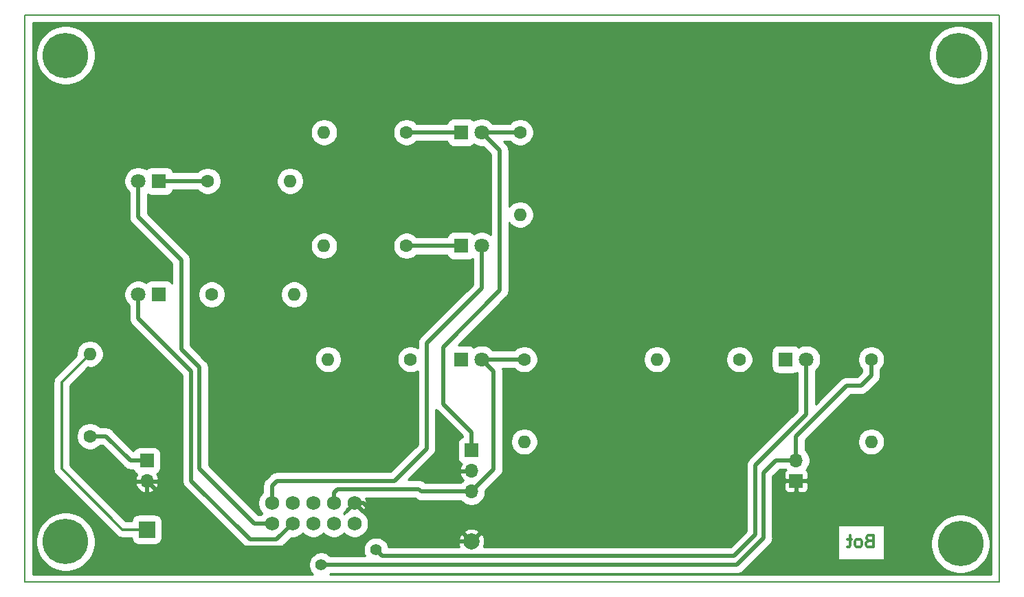
<source format=gbr>
%TF.GenerationSoftware,KiCad,Pcbnew,(5.1.6)-1*%
%TF.CreationDate,2021-09-18T15:37:18+02:00*%
%TF.ProjectId,Frontplate_v1,46726f6e-7470-46c6-9174-655f76312e6b,1*%
%TF.SameCoordinates,PX4e33880PY85099e0*%
%TF.FileFunction,Copper,L2,Bot*%
%TF.FilePolarity,Positive*%
%FSLAX46Y46*%
G04 Gerber Fmt 4.6, Leading zero omitted, Abs format (unit mm)*
G04 Created by KiCad (PCBNEW (5.1.6)-1) date 2021-09-18 15:37:18*
%MOMM*%
%LPD*%
G01*
G04 APERTURE LIST*
%TA.AperFunction,NonConductor*%
%ADD10C,0.300000*%
%TD*%
%TA.AperFunction,Profile*%
%ADD11C,0.150000*%
%TD*%
%TA.AperFunction,ComponentPad*%
%ADD12C,1.750000*%
%TD*%
%TA.AperFunction,ComponentPad*%
%ADD13O,1.600000X1.600000*%
%TD*%
%TA.AperFunction,ComponentPad*%
%ADD14C,1.600000*%
%TD*%
%TA.AperFunction,ComponentPad*%
%ADD15O,1.700000X1.700000*%
%TD*%
%TA.AperFunction,ComponentPad*%
%ADD16R,1.700000X1.700000*%
%TD*%
%TA.AperFunction,ComponentPad*%
%ADD17C,1.800000*%
%TD*%
%TA.AperFunction,ComponentPad*%
%ADD18R,1.800000X1.800000*%
%TD*%
%TA.AperFunction,ComponentPad*%
%ADD19C,5.600000*%
%TD*%
%TA.AperFunction,SMDPad,CuDef*%
%ADD20R,2.000000X2.000000*%
%TD*%
%TA.AperFunction,SMDPad,CuDef*%
%ADD21C,2.000000*%
%TD*%
%TA.AperFunction,ViaPad*%
%ADD22C,1.400000*%
%TD*%
%TA.AperFunction,Conductor*%
%ADD23C,0.500000*%
%TD*%
%TA.AperFunction,Conductor*%
%ADD24C,0.300000*%
%TD*%
%TA.AperFunction,Conductor*%
%ADD25C,0.254000*%
%TD*%
G04 APERTURE END LIST*
D10*
X72000000Y-5392857D02*
X71785714Y-5464285D01*
X71714285Y-5535714D01*
X71642857Y-5678571D01*
X71642857Y-5892857D01*
X71714285Y-6035714D01*
X71785714Y-6107142D01*
X71928571Y-6178571D01*
X72500000Y-6178571D01*
X72500000Y-4678571D01*
X72000000Y-4678571D01*
X71857142Y-4750000D01*
X71785714Y-4821428D01*
X71714285Y-4964285D01*
X71714285Y-5107142D01*
X71785714Y-5250000D01*
X71857142Y-5321428D01*
X72000000Y-5392857D01*
X72500000Y-5392857D01*
X70785714Y-6178571D02*
X70928571Y-6107142D01*
X71000000Y-6035714D01*
X71071428Y-5892857D01*
X71071428Y-5464285D01*
X71000000Y-5321428D01*
X70928571Y-5250000D01*
X70785714Y-5178571D01*
X70571428Y-5178571D01*
X70428571Y-5250000D01*
X70357142Y-5321428D01*
X70285714Y-5464285D01*
X70285714Y-5892857D01*
X70357142Y-6035714D01*
X70428571Y-6107142D01*
X70571428Y-6178571D01*
X70785714Y-6178571D01*
X69857142Y-5178571D02*
X69285714Y-5178571D01*
X69642857Y-4678571D02*
X69642857Y-5964285D01*
X69571428Y-6107142D01*
X69428571Y-6178571D01*
X69285714Y-6178571D01*
D11*
X88000000Y59500000D02*
X-32000000Y59500000D01*
X88000000Y-10500000D02*
X88000000Y59500000D01*
X88000000Y-10500000D02*
X-32000000Y-10500000D01*
X-32000000Y-10500000D02*
X-32000000Y59500000D01*
D12*
X8580000Y-3270000D03*
X6040000Y-3270000D03*
X3500000Y-3270000D03*
X960000Y-3270000D03*
X-1580000Y-3270000D03*
X-1580000Y-730000D03*
X960000Y-730000D03*
X3500000Y-730000D03*
X6040000Y-730000D03*
X8580000Y-730000D03*
D13*
X72250000Y6840000D03*
D14*
X72250000Y17000000D03*
D13*
X45840000Y17000000D03*
D14*
X56000000Y17000000D03*
D15*
X63000000Y4540000D03*
D16*
X63000000Y2000000D03*
D17*
X64265000Y17000000D03*
D18*
X61725000Y17000000D03*
D19*
X83000000Y54500000D03*
X-27000000Y-5500000D03*
X83250000Y-5750000D03*
X-27000000Y54500000D03*
D15*
X-17000000Y1960000D03*
D16*
X-17000000Y4500000D03*
D20*
X-17000000Y-4000000D03*
D21*
X23000000Y-5500000D03*
D13*
X1160000Y25000000D03*
D14*
X-9000000Y25000000D03*
D13*
X660000Y39000000D03*
D14*
X-9500000Y39000000D03*
D13*
X4840000Y31000000D03*
D14*
X15000000Y31000000D03*
D13*
X5340000Y17000000D03*
D14*
X15500000Y17000000D03*
D13*
X4840000Y45000000D03*
D14*
X15000000Y45000000D03*
D13*
X29500000Y6840000D03*
D14*
X29500000Y17000000D03*
D13*
X29000000Y34840000D03*
D14*
X29000000Y45000000D03*
D13*
X-24000000Y17660000D03*
D14*
X-24000000Y7500000D03*
D15*
X23000000Y670000D03*
X23000000Y3210000D03*
D16*
X23000000Y5750000D03*
D17*
X-18040000Y25000000D03*
D18*
X-15500000Y25000000D03*
D17*
X-18040000Y39000000D03*
D18*
X-15500000Y39000000D03*
D17*
X24265000Y31000000D03*
D18*
X21725000Y31000000D03*
D17*
X24265000Y17000000D03*
D18*
X21725000Y17000000D03*
D17*
X24265000Y45000000D03*
D18*
X21725000Y45000000D03*
D22*
X11250000Y-6500000D03*
X4500000Y-8350000D03*
D23*
X26500000Y42765000D02*
X24265000Y45000000D01*
X23000000Y8000000D02*
X19500000Y11500000D01*
X23000000Y5750000D02*
X23000000Y8000000D01*
X19500000Y11500000D02*
X19500000Y18500000D01*
X19500000Y18500000D02*
X26500000Y25500000D01*
X26500000Y25500000D02*
X26500000Y42765000D01*
X29000000Y45000000D02*
X24265000Y45000000D01*
X15000000Y45000000D02*
X21725000Y45000000D01*
X6500000Y1000000D02*
X16500000Y1000000D01*
X16830000Y670000D02*
X23000000Y670000D01*
X16500000Y1000000D02*
X16830000Y670000D01*
X23000000Y670000D02*
X25750000Y3420000D01*
X25750000Y15515000D02*
X24265000Y17000000D01*
X25750000Y3420000D02*
X25750000Y15515000D01*
X29500000Y17000000D02*
X24265000Y17000000D01*
X6040000Y540000D02*
X6500000Y1000000D01*
X6040000Y-730000D02*
X6040000Y540000D01*
X17500000Y19000000D02*
X24265000Y25765000D01*
X13500000Y2000000D02*
X17500000Y6000000D01*
X17500000Y6000000D02*
X17500000Y19000000D01*
X24265000Y25765000D02*
X24265000Y31000000D01*
X13500000Y2000000D02*
X-1000000Y2000000D01*
X-1580000Y1420000D02*
X-1580000Y-730000D01*
X-1000000Y2000000D02*
X-1580000Y1420000D01*
X21725000Y31000000D02*
X15000000Y31000000D01*
X-12750000Y18250000D02*
X-12750000Y29250000D01*
X-18040000Y34540000D02*
X-18040000Y39000000D01*
X-12750000Y29250000D02*
X-18040000Y34540000D01*
X-10500000Y3500000D02*
X-10500000Y16000000D01*
X-10500000Y16000000D02*
X-12750000Y18250000D01*
X-3730000Y-3270000D02*
X-10500000Y3500000D01*
X-1580000Y-3270000D02*
X-3730000Y-3270000D01*
X-9500000Y39000000D02*
X-15500000Y39000000D01*
X-1020000Y-5250000D02*
X960000Y-3270000D01*
X-18040000Y22040000D02*
X-11500000Y15500000D01*
X-18040000Y25000000D02*
X-18040000Y22040000D01*
X-4250000Y-5250000D02*
X-1020000Y-5250000D01*
X-11500000Y15500000D02*
X-11500000Y2000000D01*
X-11500000Y2000000D02*
X-4250000Y-5250000D01*
X23000000Y-5500000D02*
X19250000Y-5500000D01*
X19250000Y-5500000D02*
X17000000Y-3250000D01*
X8580000Y-730000D02*
X9730000Y-730000D01*
X9730000Y-730000D02*
X10500000Y-1500000D01*
X10500000Y-4250000D02*
X10000000Y-4750000D01*
X10250000Y-4500000D02*
X10000000Y-4750000D01*
X17000000Y-3250000D02*
X10500000Y-3250000D01*
X10500000Y-1500000D02*
X10500000Y-3250000D01*
X10500000Y-3250000D02*
X10500000Y-4250000D01*
X-17000000Y1960000D02*
X-8790000Y-6250000D01*
X8500000Y-6250000D02*
X10000000Y-4750000D01*
X-8790000Y-6250000D02*
X8500000Y-6250000D01*
X-22000000Y7500000D02*
X-24000000Y7500000D01*
X-17000000Y4500000D02*
X-19000000Y4500000D01*
X-19000000Y4500000D02*
X-22000000Y7500000D01*
D24*
X-17000000Y-4000000D02*
X-20000000Y-4000000D01*
X-20000000Y-4000000D02*
X-27500000Y3500000D01*
X-27500000Y14160000D02*
X-24000000Y17660000D01*
X-27500000Y3500000D02*
X-27500000Y14160000D01*
D23*
X64265000Y17000000D02*
X64265000Y10179226D01*
X64265000Y10179226D02*
X57999990Y3914216D01*
X57999990Y3914216D02*
X57999990Y-4635786D01*
X12000001Y-7250001D02*
X11250000Y-6500000D01*
X57999990Y-4635786D02*
X55385775Y-7250001D01*
X55385775Y-7250001D02*
X12000001Y-7250001D01*
X60540000Y4540000D02*
X63000000Y4540000D01*
X59000000Y3000000D02*
X60540000Y4540000D01*
X59000000Y-5050002D02*
X59000000Y3000000D01*
X4500000Y-8350000D02*
X55700002Y-8350000D01*
X55700002Y-8350000D02*
X59000000Y-5050002D01*
X63000000Y4540000D02*
X63000000Y7500000D01*
X63000000Y7500000D02*
X69250000Y13750000D01*
X69250000Y13750000D02*
X71000000Y13750000D01*
X72250000Y15000000D02*
X72250000Y17000000D01*
X71000000Y13750000D02*
X72250000Y15000000D01*
D25*
G36*
X87048000Y-9548000D02*
G01*
X5532215Y-9548000D01*
X5603215Y-9477000D01*
X55644648Y-9477000D01*
X55700002Y-9482452D01*
X55755356Y-9477000D01*
X55755367Y-9477000D01*
X55920933Y-9460693D01*
X56133373Y-9396250D01*
X56329159Y-9291600D01*
X56500767Y-9150765D01*
X56536061Y-9107759D01*
X59757764Y-5886057D01*
X59800765Y-5850767D01*
X59836055Y-5807766D01*
X59836058Y-5807763D01*
X59941600Y-5679159D01*
X60046250Y-5483373D01*
X60050024Y-5470931D01*
X60110693Y-5270933D01*
X60127000Y-5105367D01*
X60127000Y-5105357D01*
X60132452Y-5050002D01*
X60127000Y-4994648D01*
X60127000Y-3468000D01*
X68115857Y-3468000D01*
X68115857Y-7772000D01*
X73884143Y-7772000D01*
X73884143Y-5387847D01*
X79573000Y-5387847D01*
X79573000Y-6112153D01*
X79714305Y-6822541D01*
X79991485Y-7491712D01*
X80393888Y-8093951D01*
X80906049Y-8606112D01*
X81508288Y-9008515D01*
X82177459Y-9285695D01*
X82887847Y-9427000D01*
X83612153Y-9427000D01*
X84322541Y-9285695D01*
X84991712Y-9008515D01*
X85593951Y-8606112D01*
X86106112Y-8093951D01*
X86508515Y-7491712D01*
X86785695Y-6822541D01*
X86927000Y-6112153D01*
X86927000Y-5387847D01*
X86785695Y-4677459D01*
X86508515Y-4008288D01*
X86106112Y-3406049D01*
X85593951Y-2893888D01*
X84991712Y-2491485D01*
X84322541Y-2214305D01*
X83612153Y-2073000D01*
X82887847Y-2073000D01*
X82177459Y-2214305D01*
X81508288Y-2491485D01*
X80906049Y-2893888D01*
X80393888Y-3406049D01*
X79991485Y-4008288D01*
X79714305Y-4677459D01*
X79573000Y-5387847D01*
X73884143Y-5387847D01*
X73884143Y-3468000D01*
X68115857Y-3468000D01*
X60127000Y-3468000D01*
X60127000Y1150000D01*
X61511928Y1150000D01*
X61524188Y1025518D01*
X61560498Y905820D01*
X61619463Y795506D01*
X61698815Y698815D01*
X61795506Y619463D01*
X61905820Y560498D01*
X62025518Y524188D01*
X62150000Y511928D01*
X62714250Y515000D01*
X62873000Y673750D01*
X62873000Y1873000D01*
X63127000Y1873000D01*
X63127000Y673750D01*
X63285750Y515000D01*
X63850000Y511928D01*
X63974482Y524188D01*
X64094180Y560498D01*
X64204494Y619463D01*
X64301185Y698815D01*
X64380537Y795506D01*
X64439502Y905820D01*
X64475812Y1025518D01*
X64488072Y1150000D01*
X64485000Y1714250D01*
X64326250Y1873000D01*
X63127000Y1873000D01*
X62873000Y1873000D01*
X61673750Y1873000D01*
X61515000Y1714250D01*
X61511928Y1150000D01*
X60127000Y1150000D01*
X60127000Y2533182D01*
X61006819Y3413000D01*
X61684654Y3413000D01*
X61752451Y3345203D01*
X61698815Y3301185D01*
X61619463Y3204494D01*
X61560498Y3094180D01*
X61524188Y2974482D01*
X61511928Y2850000D01*
X61515000Y2285750D01*
X61673750Y2127000D01*
X62873000Y2127000D01*
X62873000Y2147000D01*
X63127000Y2147000D01*
X63127000Y2127000D01*
X64326250Y2127000D01*
X64485000Y2285750D01*
X64488072Y2850000D01*
X64475812Y2974482D01*
X64439502Y3094180D01*
X64380537Y3204494D01*
X64301185Y3301185D01*
X64247549Y3345203D01*
X64341448Y3439102D01*
X64530447Y3721959D01*
X64660632Y4036253D01*
X64727000Y4369905D01*
X64727000Y4710095D01*
X64660632Y5043747D01*
X64530447Y5358041D01*
X64341448Y5640898D01*
X64127000Y5855346D01*
X64127000Y7005170D01*
X70573000Y7005170D01*
X70573000Y6674830D01*
X70637446Y6350837D01*
X70763862Y6045643D01*
X70947389Y5770975D01*
X71180975Y5537389D01*
X71455643Y5353862D01*
X71760837Y5227446D01*
X72084830Y5163000D01*
X72415170Y5163000D01*
X72739163Y5227446D01*
X73044357Y5353862D01*
X73319025Y5537389D01*
X73552611Y5770975D01*
X73736138Y6045643D01*
X73862554Y6350837D01*
X73927000Y6674830D01*
X73927000Y7005170D01*
X73862554Y7329163D01*
X73736138Y7634357D01*
X73552611Y7909025D01*
X73319025Y8142611D01*
X73044357Y8326138D01*
X72739163Y8452554D01*
X72415170Y8517000D01*
X72084830Y8517000D01*
X71760837Y8452554D01*
X71455643Y8326138D01*
X71180975Y8142611D01*
X70947389Y7909025D01*
X70763862Y7634357D01*
X70637446Y7329163D01*
X70573000Y7005170D01*
X64127000Y7005170D01*
X64127000Y7033182D01*
X69716819Y12623000D01*
X70944646Y12623000D01*
X71000000Y12617548D01*
X71055354Y12623000D01*
X71055365Y12623000D01*
X71220931Y12639307D01*
X71433371Y12703750D01*
X71629157Y12808400D01*
X71800765Y12949235D01*
X71836059Y12992241D01*
X73007764Y14163945D01*
X73050765Y14199235D01*
X73086055Y14242236D01*
X73086058Y14242239D01*
X73191600Y14370843D01*
X73296250Y14566629D01*
X73302144Y14586058D01*
X73360693Y14779069D01*
X73377000Y14944635D01*
X73377000Y14944645D01*
X73382452Y15000000D01*
X73377000Y15055354D01*
X73377000Y15755364D01*
X73552611Y15930975D01*
X73736138Y16205643D01*
X73862554Y16510837D01*
X73927000Y16834830D01*
X73927000Y17165170D01*
X73862554Y17489163D01*
X73736138Y17794357D01*
X73552611Y18069025D01*
X73319025Y18302611D01*
X73044357Y18486138D01*
X72739163Y18612554D01*
X72415170Y18677000D01*
X72084830Y18677000D01*
X71760837Y18612554D01*
X71455643Y18486138D01*
X71180975Y18302611D01*
X70947389Y18069025D01*
X70763862Y17794357D01*
X70637446Y17489163D01*
X70573000Y17165170D01*
X70573000Y16834830D01*
X70637446Y16510837D01*
X70763862Y16205643D01*
X70947389Y15930975D01*
X71123000Y15755364D01*
X71123000Y15466819D01*
X70533182Y14877000D01*
X69305357Y14877000D01*
X69250000Y14882452D01*
X69194643Y14877000D01*
X69194635Y14877000D01*
X69029069Y14860693D01*
X68816629Y14796250D01*
X68620843Y14691600D01*
X68492239Y14586058D01*
X68492236Y14586055D01*
X68449235Y14550765D01*
X68413945Y14507764D01*
X65392000Y11485819D01*
X65392000Y15615858D01*
X65397771Y15619714D01*
X65645286Y15867229D01*
X65839757Y16158275D01*
X65973711Y16481668D01*
X66042000Y16824981D01*
X66042000Y17175019D01*
X65973711Y17518332D01*
X65839757Y17841725D01*
X65645286Y18132771D01*
X65397771Y18380286D01*
X65106725Y18574757D01*
X64783332Y18708711D01*
X64440019Y18777000D01*
X64089981Y18777000D01*
X63746668Y18708711D01*
X63423275Y18574757D01*
X63282798Y18480893D01*
X63248133Y18523133D01*
X63114592Y18632727D01*
X62962237Y18714162D01*
X62796922Y18764310D01*
X62625000Y18781243D01*
X60825000Y18781243D01*
X60653078Y18764310D01*
X60487763Y18714162D01*
X60335408Y18632727D01*
X60201867Y18523133D01*
X60092273Y18389592D01*
X60010838Y18237237D01*
X59960690Y18071922D01*
X59943757Y17900000D01*
X59943757Y16100000D01*
X59960690Y15928078D01*
X60010838Y15762763D01*
X60092273Y15610408D01*
X60201867Y15476867D01*
X60335408Y15367273D01*
X60487763Y15285838D01*
X60653078Y15235690D01*
X60825000Y15218757D01*
X62625000Y15218757D01*
X62796922Y15235690D01*
X62962237Y15285838D01*
X63114592Y15367273D01*
X63138000Y15386484D01*
X63138001Y10646046D01*
X57242231Y4750276D01*
X57199225Y4714981D01*
X57058390Y4543373D01*
X56953740Y4347586D01*
X56889297Y4135146D01*
X56872990Y3969580D01*
X56872990Y3969570D01*
X56867538Y3914216D01*
X56872990Y3858862D01*
X56872991Y-4168966D01*
X54918957Y-6123001D01*
X24515129Y-6123001D01*
X24540704Y-6070429D01*
X24622384Y-5758892D01*
X24641718Y-5437405D01*
X24597961Y-5118325D01*
X24492795Y-4813912D01*
X24399814Y-4639956D01*
X24135413Y-4544192D01*
X23179605Y-5500000D01*
X23193748Y-5514143D01*
X23014143Y-5693748D01*
X23000000Y-5679605D01*
X22985858Y-5693748D01*
X22806253Y-5514143D01*
X22820395Y-5500000D01*
X21864587Y-4544192D01*
X21600186Y-4639956D01*
X21459296Y-4929571D01*
X21377616Y-5241108D01*
X21358282Y-5562595D01*
X21402039Y-5881675D01*
X21485410Y-6123001D01*
X12782905Y-6123001D01*
X12766396Y-6040006D01*
X12647519Y-5753011D01*
X12474936Y-5494721D01*
X12255279Y-5275064D01*
X11996989Y-5102481D01*
X11709994Y-4983604D01*
X11405321Y-4923000D01*
X11094679Y-4923000D01*
X10790006Y-4983604D01*
X10503011Y-5102481D01*
X10244721Y-5275064D01*
X10025064Y-5494721D01*
X9852481Y-5753011D01*
X9733604Y-6040006D01*
X9673000Y-6344679D01*
X9673000Y-6655321D01*
X9733604Y-6959994D01*
X9842544Y-7223000D01*
X5603215Y-7223000D01*
X5505279Y-7125064D01*
X5246989Y-6952481D01*
X4959994Y-6833604D01*
X4655321Y-6773000D01*
X4344679Y-6773000D01*
X4040006Y-6833604D01*
X3753011Y-6952481D01*
X3494721Y-7125064D01*
X3275064Y-7344721D01*
X3102481Y-7603011D01*
X2983604Y-7890006D01*
X2923000Y-8194679D01*
X2923000Y-8505321D01*
X2983604Y-8809994D01*
X3102481Y-9096989D01*
X3275064Y-9355279D01*
X3467785Y-9548000D01*
X-31048000Y-9548000D01*
X-31048000Y-5137847D01*
X-30677000Y-5137847D01*
X-30677000Y-5862153D01*
X-30535695Y-6572541D01*
X-30258515Y-7241712D01*
X-29856112Y-7843951D01*
X-29343951Y-8356112D01*
X-28741712Y-8758515D01*
X-28072541Y-9035695D01*
X-27362153Y-9177000D01*
X-26637847Y-9177000D01*
X-25927459Y-9035695D01*
X-25258288Y-8758515D01*
X-24656049Y-8356112D01*
X-24143888Y-7843951D01*
X-23741485Y-7241712D01*
X-23464305Y-6572541D01*
X-23323000Y-5862153D01*
X-23323000Y-5137847D01*
X-23464305Y-4427459D01*
X-23741485Y-3758288D01*
X-24143888Y-3156049D01*
X-24656049Y-2643888D01*
X-25258288Y-2241485D01*
X-25927459Y-1964305D01*
X-26637847Y-1823000D01*
X-27362153Y-1823000D01*
X-28072541Y-1964305D01*
X-28741712Y-2241485D01*
X-29343951Y-2643888D01*
X-29856112Y-3156049D01*
X-30258515Y-3758288D01*
X-30535695Y-4427459D01*
X-30677000Y-5137847D01*
X-31048000Y-5137847D01*
X-31048000Y14160000D01*
X-28531968Y14160000D01*
X-28526999Y14109549D01*
X-28527000Y3550441D01*
X-28531968Y3500000D01*
X-28527000Y3449559D01*
X-28527000Y3449550D01*
X-28512140Y3298674D01*
X-28453415Y3105084D01*
X-28358051Y2926669D01*
X-28229712Y2770288D01*
X-28190519Y2738123D01*
X-20761868Y-4690530D01*
X-20729712Y-4729712D01*
X-20690530Y-4761868D01*
X-20690525Y-4761873D01*
X-20616526Y-4822602D01*
X-20573331Y-4858051D01*
X-20394917Y-4953415D01*
X-20295397Y-4983604D01*
X-20201328Y-5012140D01*
X-20183169Y-5013928D01*
X-20050451Y-5027000D01*
X-20050444Y-5027000D01*
X-20000000Y-5031968D01*
X-19949557Y-5027000D01*
X-18878584Y-5027000D01*
X-18864310Y-5171922D01*
X-18814162Y-5337237D01*
X-18732727Y-5489592D01*
X-18623133Y-5623133D01*
X-18489592Y-5732727D01*
X-18337237Y-5814162D01*
X-18171922Y-5864310D01*
X-18000000Y-5881243D01*
X-16000000Y-5881243D01*
X-15828078Y-5864310D01*
X-15662763Y-5814162D01*
X-15510408Y-5732727D01*
X-15376867Y-5623133D01*
X-15267273Y-5489592D01*
X-15185838Y-5337237D01*
X-15135690Y-5171922D01*
X-15118757Y-5000000D01*
X-15118757Y-3000000D01*
X-15135690Y-2828078D01*
X-15185838Y-2662763D01*
X-15267273Y-2510408D01*
X-15376867Y-2376867D01*
X-15510408Y-2267273D01*
X-15662763Y-2185838D01*
X-15828078Y-2135690D01*
X-16000000Y-2118757D01*
X-18000000Y-2118757D01*
X-18171922Y-2135690D01*
X-18337237Y-2185838D01*
X-18489592Y-2267273D01*
X-18623133Y-2376867D01*
X-18732727Y-2510408D01*
X-18814162Y-2662763D01*
X-18864310Y-2828078D01*
X-18878584Y-2973000D01*
X-19574602Y-2973000D01*
X-24150713Y1603110D01*
X-18441476Y1603110D01*
X-18396825Y1455901D01*
X-18271641Y1193080D01*
X-18097588Y959731D01*
X-17881355Y764822D01*
X-17631252Y615843D01*
X-17356891Y518519D01*
X-17127000Y639186D01*
X-17127000Y1833000D01*
X-16873000Y1833000D01*
X-16873000Y639186D01*
X-16643109Y518519D01*
X-16368748Y615843D01*
X-16118645Y764822D01*
X-15902412Y959731D01*
X-15728359Y1193080D01*
X-15603175Y1455901D01*
X-15558524Y1603110D01*
X-15679845Y1833000D01*
X-16873000Y1833000D01*
X-17127000Y1833000D01*
X-18320155Y1833000D01*
X-18441476Y1603110D01*
X-24150713Y1603110D01*
X-26473000Y3925396D01*
X-26473000Y7665170D01*
X-25677000Y7665170D01*
X-25677000Y7334830D01*
X-25612554Y7010837D01*
X-25486138Y6705643D01*
X-25302611Y6430975D01*
X-25069025Y6197389D01*
X-24794357Y6013862D01*
X-24489163Y5887446D01*
X-24165170Y5823000D01*
X-23834830Y5823000D01*
X-23510837Y5887446D01*
X-23205643Y6013862D01*
X-22930975Y6197389D01*
X-22755364Y6373000D01*
X-22466818Y6373000D01*
X-19836055Y3742236D01*
X-19800765Y3699235D01*
X-19757764Y3663945D01*
X-19757761Y3663942D01*
X-19677897Y3598400D01*
X-19629157Y3558400D01*
X-19433371Y3453750D01*
X-19220931Y3389307D01*
X-19055365Y3373000D01*
X-19055357Y3373000D01*
X-19000000Y3367548D01*
X-18944643Y3373000D01*
X-18682435Y3373000D01*
X-18664162Y3312763D01*
X-18582727Y3160408D01*
X-18473133Y3026867D01*
X-18339592Y2917273D01*
X-18189498Y2837047D01*
X-18271641Y2726920D01*
X-18396825Y2464099D01*
X-18441476Y2316890D01*
X-18320155Y2087000D01*
X-17127000Y2087000D01*
X-17127000Y2107000D01*
X-16873000Y2107000D01*
X-16873000Y2087000D01*
X-15679845Y2087000D01*
X-15558524Y2316890D01*
X-15603175Y2464099D01*
X-15728359Y2726920D01*
X-15810502Y2837047D01*
X-15660408Y2917273D01*
X-15526867Y3026867D01*
X-15417273Y3160408D01*
X-15335838Y3312763D01*
X-15285690Y3478078D01*
X-15268757Y3650000D01*
X-15268757Y5350000D01*
X-15285690Y5521922D01*
X-15335838Y5687237D01*
X-15417273Y5839592D01*
X-15526867Y5973133D01*
X-15660408Y6082727D01*
X-15812763Y6164162D01*
X-15978078Y6214310D01*
X-16150000Y6231243D01*
X-17850000Y6231243D01*
X-18021922Y6214310D01*
X-18187237Y6164162D01*
X-18339592Y6082727D01*
X-18473133Y5973133D01*
X-18582727Y5839592D01*
X-18639520Y5733339D01*
X-21163942Y8257760D01*
X-21199235Y8300765D01*
X-21370843Y8441600D01*
X-21566629Y8546250D01*
X-21779069Y8610693D01*
X-21944635Y8627000D01*
X-21944646Y8627000D01*
X-22000000Y8632452D01*
X-22055354Y8627000D01*
X-22755364Y8627000D01*
X-22930975Y8802611D01*
X-23205643Y8986138D01*
X-23510837Y9112554D01*
X-23834830Y9177000D01*
X-24165170Y9177000D01*
X-24489163Y9112554D01*
X-24794357Y8986138D01*
X-25069025Y8802611D01*
X-25302611Y8569025D01*
X-25486138Y8294357D01*
X-25612554Y7989163D01*
X-25677000Y7665170D01*
X-26473000Y7665170D01*
X-26473000Y13734604D01*
X-24214743Y15992861D01*
X-24165170Y15983000D01*
X-23834830Y15983000D01*
X-23510837Y16047446D01*
X-23205643Y16173862D01*
X-22930975Y16357389D01*
X-22697389Y16590975D01*
X-22513862Y16865643D01*
X-22387446Y17170837D01*
X-22323000Y17494830D01*
X-22323000Y17825170D01*
X-22387446Y18149163D01*
X-22513862Y18454357D01*
X-22697389Y18729025D01*
X-22930975Y18962611D01*
X-23205643Y19146138D01*
X-23510837Y19272554D01*
X-23834830Y19337000D01*
X-24165170Y19337000D01*
X-24489163Y19272554D01*
X-24794357Y19146138D01*
X-25069025Y18962611D01*
X-25302611Y18729025D01*
X-25486138Y18454357D01*
X-25612554Y18149163D01*
X-25677000Y17825170D01*
X-25677000Y17494830D01*
X-25667139Y17445257D01*
X-28190524Y14921872D01*
X-28229711Y14889712D01*
X-28261871Y14850525D01*
X-28261872Y14850524D01*
X-28358050Y14733331D01*
X-28453414Y14554917D01*
X-28512139Y14361327D01*
X-28531968Y14160000D01*
X-31048000Y14160000D01*
X-31048000Y39175019D01*
X-19817000Y39175019D01*
X-19817000Y38824981D01*
X-19748711Y38481668D01*
X-19614757Y38158275D01*
X-19420286Y37867229D01*
X-19172771Y37619714D01*
X-19166999Y37615857D01*
X-19167000Y34595355D01*
X-19172452Y34540000D01*
X-19167000Y34484646D01*
X-19167000Y34484636D01*
X-19150693Y34319070D01*
X-19086250Y34106630D01*
X-18981600Y33910843D01*
X-18840765Y33739235D01*
X-18797759Y33703941D01*
X-13876999Y28783180D01*
X-13876999Y26401444D01*
X-13976867Y26523133D01*
X-14110408Y26632727D01*
X-14262763Y26714162D01*
X-14428078Y26764310D01*
X-14600000Y26781243D01*
X-16400000Y26781243D01*
X-16571922Y26764310D01*
X-16737237Y26714162D01*
X-16889592Y26632727D01*
X-17023133Y26523133D01*
X-17057798Y26480893D01*
X-17198275Y26574757D01*
X-17521668Y26708711D01*
X-17864981Y26777000D01*
X-18215019Y26777000D01*
X-18558332Y26708711D01*
X-18881725Y26574757D01*
X-19172771Y26380286D01*
X-19420286Y26132771D01*
X-19614757Y25841725D01*
X-19748711Y25518332D01*
X-19817000Y25175019D01*
X-19817000Y24824981D01*
X-19748711Y24481668D01*
X-19614757Y24158275D01*
X-19420286Y23867229D01*
X-19172771Y23619714D01*
X-19167000Y23615858D01*
X-19166999Y22095364D01*
X-19172452Y22040000D01*
X-19150692Y21819070D01*
X-19086250Y21606630D01*
X-18981600Y21410844D01*
X-18876058Y21282240D01*
X-18876054Y21282236D01*
X-18840764Y21239235D01*
X-18797763Y21203945D01*
X-12627000Y15033181D01*
X-12626999Y2055364D01*
X-12632452Y2000000D01*
X-12626999Y1944636D01*
X-12626999Y1944635D01*
X-12610692Y1779069D01*
X-12591636Y1716250D01*
X-12546250Y1566630D01*
X-12441600Y1370844D01*
X-12336058Y1242240D01*
X-12336054Y1242236D01*
X-12300764Y1199235D01*
X-12257763Y1163945D01*
X-5086055Y-6007764D01*
X-5050765Y-6050765D01*
X-5007764Y-6086055D01*
X-5007761Y-6086058D01*
X-4942875Y-6139308D01*
X-4879157Y-6191600D01*
X-4683371Y-6296250D01*
X-4470931Y-6360693D01*
X-4305365Y-6377000D01*
X-4305355Y-6377000D01*
X-4250001Y-6382452D01*
X-4194646Y-6377000D01*
X-1075354Y-6377000D01*
X-1020000Y-6382452D01*
X-964646Y-6377000D01*
X-964635Y-6377000D01*
X-799069Y-6360693D01*
X-586629Y-6296250D01*
X-390843Y-6191600D01*
X-219235Y-6050765D01*
X-183941Y-6007759D01*
X801819Y-5022000D01*
X1132557Y-5022000D01*
X1471039Y-4954671D01*
X1789883Y-4822602D01*
X2076835Y-4630867D01*
X2230000Y-4477702D01*
X2383165Y-4630867D01*
X2670117Y-4822602D01*
X2988961Y-4954671D01*
X3327443Y-5022000D01*
X3672557Y-5022000D01*
X4011039Y-4954671D01*
X4329883Y-4822602D01*
X4616835Y-4630867D01*
X4770000Y-4477702D01*
X4923165Y-4630867D01*
X5210117Y-4822602D01*
X5528961Y-4954671D01*
X5867443Y-5022000D01*
X6212557Y-5022000D01*
X6551039Y-4954671D01*
X6869883Y-4822602D01*
X7156835Y-4630867D01*
X7310000Y-4477702D01*
X7463165Y-4630867D01*
X7750117Y-4822602D01*
X8068961Y-4954671D01*
X8407443Y-5022000D01*
X8752557Y-5022000D01*
X9091039Y-4954671D01*
X9409883Y-4822602D01*
X9696835Y-4630867D01*
X9940867Y-4386835D01*
X9955732Y-4364587D01*
X22044192Y-4364587D01*
X23000000Y-5320395D01*
X23955808Y-4364587D01*
X23860044Y-4100186D01*
X23570429Y-3959296D01*
X23258892Y-3877616D01*
X22937405Y-3858282D01*
X22618325Y-3902039D01*
X22313912Y-4007205D01*
X22139956Y-4100186D01*
X22044192Y-4364587D01*
X9955732Y-4364587D01*
X10132602Y-4099883D01*
X10264671Y-3781039D01*
X10332000Y-3442557D01*
X10332000Y-3097443D01*
X10264671Y-2758961D01*
X10132602Y-2440117D01*
X9940867Y-2153165D01*
X9696835Y-1909133D01*
X9409883Y-1717398D01*
X9372173Y-1701778D01*
X8580000Y-909605D01*
X7787827Y-1701778D01*
X7750117Y-1717398D01*
X7463165Y-1909133D01*
X7310000Y-2062298D01*
X7247702Y-2000000D01*
X7400867Y-1846835D01*
X7592602Y-1559883D01*
X7608222Y-1522173D01*
X8400395Y-730000D01*
X8386253Y-715858D01*
X8565858Y-536253D01*
X8580000Y-550395D01*
X8594143Y-536253D01*
X8773748Y-715858D01*
X8759605Y-730000D01*
X9626240Y-1596635D01*
X9877868Y-1515975D01*
X10006267Y-1247671D01*
X10079855Y-959474D01*
X10095804Y-662457D01*
X10053501Y-368037D01*
X9968493Y-127000D01*
X16026145Y-127000D01*
X16029235Y-130765D01*
X16200843Y-271600D01*
X16396629Y-376250D01*
X16609069Y-440693D01*
X16774635Y-457000D01*
X16774645Y-457000D01*
X16829999Y-462452D01*
X16885354Y-457000D01*
X21684654Y-457000D01*
X21899102Y-671448D01*
X22181959Y-860447D01*
X22496253Y-990632D01*
X22829905Y-1057000D01*
X23170095Y-1057000D01*
X23503747Y-990632D01*
X23818041Y-860447D01*
X24100898Y-671448D01*
X24341448Y-430898D01*
X24530447Y-148041D01*
X24660632Y166253D01*
X24727000Y499905D01*
X24727000Y803182D01*
X26507764Y2583945D01*
X26550765Y2619235D01*
X26586055Y2662236D01*
X26586058Y2662239D01*
X26691600Y2790843D01*
X26734361Y2870843D01*
X26796250Y2986629D01*
X26860693Y3199069D01*
X26877000Y3364635D01*
X26877000Y3364645D01*
X26882452Y3419999D01*
X26877000Y3475354D01*
X26877000Y7005170D01*
X27823000Y7005170D01*
X27823000Y6674830D01*
X27887446Y6350837D01*
X28013862Y6045643D01*
X28197389Y5770975D01*
X28430975Y5537389D01*
X28705643Y5353862D01*
X29010837Y5227446D01*
X29334830Y5163000D01*
X29665170Y5163000D01*
X29989163Y5227446D01*
X30294357Y5353862D01*
X30569025Y5537389D01*
X30802611Y5770975D01*
X30986138Y6045643D01*
X31112554Y6350837D01*
X31177000Y6674830D01*
X31177000Y7005170D01*
X31112554Y7329163D01*
X30986138Y7634357D01*
X30802611Y7909025D01*
X30569025Y8142611D01*
X30294357Y8326138D01*
X29989163Y8452554D01*
X29665170Y8517000D01*
X29334830Y8517000D01*
X29010837Y8452554D01*
X28705643Y8326138D01*
X28430975Y8142611D01*
X28197389Y7909025D01*
X28013862Y7634357D01*
X27887446Y7329163D01*
X27823000Y7005170D01*
X26877000Y7005170D01*
X26877000Y15459646D01*
X26882452Y15515001D01*
X26877000Y15570355D01*
X26877000Y15570365D01*
X26860693Y15735931D01*
X26819114Y15873000D01*
X28255364Y15873000D01*
X28430975Y15697389D01*
X28705643Y15513862D01*
X29010837Y15387446D01*
X29334830Y15323000D01*
X29665170Y15323000D01*
X29989163Y15387446D01*
X30294357Y15513862D01*
X30569025Y15697389D01*
X30802611Y15930975D01*
X30986138Y16205643D01*
X31112554Y16510837D01*
X31177000Y16834830D01*
X31177000Y17165170D01*
X44163000Y17165170D01*
X44163000Y16834830D01*
X44227446Y16510837D01*
X44353862Y16205643D01*
X44537389Y15930975D01*
X44770975Y15697389D01*
X45045643Y15513862D01*
X45350837Y15387446D01*
X45674830Y15323000D01*
X46005170Y15323000D01*
X46329163Y15387446D01*
X46634357Y15513862D01*
X46909025Y15697389D01*
X47142611Y15930975D01*
X47326138Y16205643D01*
X47452554Y16510837D01*
X47517000Y16834830D01*
X47517000Y17165170D01*
X54323000Y17165170D01*
X54323000Y16834830D01*
X54387446Y16510837D01*
X54513862Y16205643D01*
X54697389Y15930975D01*
X54930975Y15697389D01*
X55205643Y15513862D01*
X55510837Y15387446D01*
X55834830Y15323000D01*
X56165170Y15323000D01*
X56489163Y15387446D01*
X56794357Y15513862D01*
X57069025Y15697389D01*
X57302611Y15930975D01*
X57486138Y16205643D01*
X57612554Y16510837D01*
X57677000Y16834830D01*
X57677000Y17165170D01*
X57612554Y17489163D01*
X57486138Y17794357D01*
X57302611Y18069025D01*
X57069025Y18302611D01*
X56794357Y18486138D01*
X56489163Y18612554D01*
X56165170Y18677000D01*
X55834830Y18677000D01*
X55510837Y18612554D01*
X55205643Y18486138D01*
X54930975Y18302611D01*
X54697389Y18069025D01*
X54513862Y17794357D01*
X54387446Y17489163D01*
X54323000Y17165170D01*
X47517000Y17165170D01*
X47452554Y17489163D01*
X47326138Y17794357D01*
X47142611Y18069025D01*
X46909025Y18302611D01*
X46634357Y18486138D01*
X46329163Y18612554D01*
X46005170Y18677000D01*
X45674830Y18677000D01*
X45350837Y18612554D01*
X45045643Y18486138D01*
X44770975Y18302611D01*
X44537389Y18069025D01*
X44353862Y17794357D01*
X44227446Y17489163D01*
X44163000Y17165170D01*
X31177000Y17165170D01*
X31112554Y17489163D01*
X30986138Y17794357D01*
X30802611Y18069025D01*
X30569025Y18302611D01*
X30294357Y18486138D01*
X29989163Y18612554D01*
X29665170Y18677000D01*
X29334830Y18677000D01*
X29010837Y18612554D01*
X28705643Y18486138D01*
X28430975Y18302611D01*
X28255364Y18127000D01*
X25649142Y18127000D01*
X25645286Y18132771D01*
X25397771Y18380286D01*
X25106725Y18574757D01*
X24783332Y18708711D01*
X24440019Y18777000D01*
X24089981Y18777000D01*
X23746668Y18708711D01*
X23423275Y18574757D01*
X23282798Y18480893D01*
X23248133Y18523133D01*
X23114592Y18632727D01*
X22962237Y18714162D01*
X22796922Y18764310D01*
X22625000Y18781243D01*
X21375061Y18781243D01*
X27257764Y24663945D01*
X27300765Y24699235D01*
X27336055Y24742236D01*
X27336058Y24742239D01*
X27441600Y24870843D01*
X27546250Y25066629D01*
X27576142Y25165170D01*
X27610693Y25279069D01*
X27627000Y25444635D01*
X27627000Y25444645D01*
X27632452Y25500000D01*
X27627000Y25555354D01*
X27627000Y33876320D01*
X27697389Y33770975D01*
X27930975Y33537389D01*
X28205643Y33353862D01*
X28510837Y33227446D01*
X28834830Y33163000D01*
X29165170Y33163000D01*
X29489163Y33227446D01*
X29794357Y33353862D01*
X30069025Y33537389D01*
X30302611Y33770975D01*
X30486138Y34045643D01*
X30612554Y34350837D01*
X30677000Y34674830D01*
X30677000Y35005170D01*
X30612554Y35329163D01*
X30486138Y35634357D01*
X30302611Y35909025D01*
X30069025Y36142611D01*
X29794357Y36326138D01*
X29489163Y36452554D01*
X29165170Y36517000D01*
X28834830Y36517000D01*
X28510837Y36452554D01*
X28205643Y36326138D01*
X27930975Y36142611D01*
X27697389Y35909025D01*
X27627000Y35803680D01*
X27627000Y42709646D01*
X27632452Y42765001D01*
X27627000Y42820355D01*
X27627000Y42820365D01*
X27610693Y42985931D01*
X27546250Y43198371D01*
X27441600Y43394157D01*
X27336058Y43522761D01*
X27336055Y43522764D01*
X27300765Y43565765D01*
X27257764Y43601055D01*
X26985819Y43873000D01*
X27755364Y43873000D01*
X27930975Y43697389D01*
X28205643Y43513862D01*
X28510837Y43387446D01*
X28834830Y43323000D01*
X29165170Y43323000D01*
X29489163Y43387446D01*
X29794357Y43513862D01*
X30069025Y43697389D01*
X30302611Y43930975D01*
X30486138Y44205643D01*
X30612554Y44510837D01*
X30677000Y44834830D01*
X30677000Y45165170D01*
X30612554Y45489163D01*
X30486138Y45794357D01*
X30302611Y46069025D01*
X30069025Y46302611D01*
X29794357Y46486138D01*
X29489163Y46612554D01*
X29165170Y46677000D01*
X28834830Y46677000D01*
X28510837Y46612554D01*
X28205643Y46486138D01*
X27930975Y46302611D01*
X27755364Y46127000D01*
X25649142Y46127000D01*
X25645286Y46132771D01*
X25397771Y46380286D01*
X25106725Y46574757D01*
X24783332Y46708711D01*
X24440019Y46777000D01*
X24089981Y46777000D01*
X23746668Y46708711D01*
X23423275Y46574757D01*
X23282798Y46480893D01*
X23248133Y46523133D01*
X23114592Y46632727D01*
X22962237Y46714162D01*
X22796922Y46764310D01*
X22625000Y46781243D01*
X20825000Y46781243D01*
X20653078Y46764310D01*
X20487763Y46714162D01*
X20335408Y46632727D01*
X20201867Y46523133D01*
X20092273Y46389592D01*
X20010838Y46237237D01*
X19977398Y46127000D01*
X16244636Y46127000D01*
X16069025Y46302611D01*
X15794357Y46486138D01*
X15489163Y46612554D01*
X15165170Y46677000D01*
X14834830Y46677000D01*
X14510837Y46612554D01*
X14205643Y46486138D01*
X13930975Y46302611D01*
X13697389Y46069025D01*
X13513862Y45794357D01*
X13387446Y45489163D01*
X13323000Y45165170D01*
X13323000Y44834830D01*
X13387446Y44510837D01*
X13513862Y44205643D01*
X13697389Y43930975D01*
X13930975Y43697389D01*
X14205643Y43513862D01*
X14510837Y43387446D01*
X14834830Y43323000D01*
X15165170Y43323000D01*
X15489163Y43387446D01*
X15794357Y43513862D01*
X16069025Y43697389D01*
X16244636Y43873000D01*
X19977398Y43873000D01*
X20010838Y43762763D01*
X20092273Y43610408D01*
X20201867Y43476867D01*
X20335408Y43367273D01*
X20487763Y43285838D01*
X20653078Y43235690D01*
X20825000Y43218757D01*
X22625000Y43218757D01*
X22796922Y43235690D01*
X22962237Y43285838D01*
X23114592Y43367273D01*
X23248133Y43476867D01*
X23282798Y43519107D01*
X23423275Y43425243D01*
X23746668Y43291289D01*
X24089981Y43223000D01*
X24440019Y43223000D01*
X24446827Y43224354D01*
X25373001Y42298180D01*
X25373000Y32396837D01*
X25106725Y32574757D01*
X24783332Y32708711D01*
X24440019Y32777000D01*
X24089981Y32777000D01*
X23746668Y32708711D01*
X23423275Y32574757D01*
X23282798Y32480893D01*
X23248133Y32523133D01*
X23114592Y32632727D01*
X22962237Y32714162D01*
X22796922Y32764310D01*
X22625000Y32781243D01*
X20825000Y32781243D01*
X20653078Y32764310D01*
X20487763Y32714162D01*
X20335408Y32632727D01*
X20201867Y32523133D01*
X20092273Y32389592D01*
X20010838Y32237237D01*
X19977398Y32127000D01*
X16244636Y32127000D01*
X16069025Y32302611D01*
X15794357Y32486138D01*
X15489163Y32612554D01*
X15165170Y32677000D01*
X14834830Y32677000D01*
X14510837Y32612554D01*
X14205643Y32486138D01*
X13930975Y32302611D01*
X13697389Y32069025D01*
X13513862Y31794357D01*
X13387446Y31489163D01*
X13323000Y31165170D01*
X13323000Y30834830D01*
X13387446Y30510837D01*
X13513862Y30205643D01*
X13697389Y29930975D01*
X13930975Y29697389D01*
X14205643Y29513862D01*
X14510837Y29387446D01*
X14834830Y29323000D01*
X15165170Y29323000D01*
X15489163Y29387446D01*
X15794357Y29513862D01*
X16069025Y29697389D01*
X16244636Y29873000D01*
X19977398Y29873000D01*
X20010838Y29762763D01*
X20092273Y29610408D01*
X20201867Y29476867D01*
X20335408Y29367273D01*
X20487763Y29285838D01*
X20653078Y29235690D01*
X20825000Y29218757D01*
X22625000Y29218757D01*
X22796922Y29235690D01*
X22962237Y29285838D01*
X23114592Y29367273D01*
X23138001Y29386484D01*
X23138000Y26231819D01*
X16742237Y19836055D01*
X16699236Y19800765D01*
X16663946Y19757764D01*
X16663942Y19757760D01*
X16558400Y19629156D01*
X16453750Y19433370D01*
X16431704Y19360692D01*
X16389308Y19220931D01*
X16380269Y19129157D01*
X16367548Y19000000D01*
X16373001Y18944636D01*
X16373001Y18433590D01*
X16294357Y18486138D01*
X15989163Y18612554D01*
X15665170Y18677000D01*
X15334830Y18677000D01*
X15010837Y18612554D01*
X14705643Y18486138D01*
X14430975Y18302611D01*
X14197389Y18069025D01*
X14013862Y17794357D01*
X13887446Y17489163D01*
X13823000Y17165170D01*
X13823000Y16834830D01*
X13887446Y16510837D01*
X14013862Y16205643D01*
X14197389Y15930975D01*
X14430975Y15697389D01*
X14705643Y15513862D01*
X15010837Y15387446D01*
X15334830Y15323000D01*
X15665170Y15323000D01*
X15989163Y15387446D01*
X16294357Y15513862D01*
X16373001Y15566410D01*
X16373000Y6466819D01*
X13033182Y3127000D01*
X-944643Y3127000D01*
X-1000000Y3132452D01*
X-1055357Y3127000D01*
X-1055365Y3127000D01*
X-1220931Y3110693D01*
X-1433371Y3046250D01*
X-1629157Y2941600D01*
X-1800765Y2800765D01*
X-1836058Y2757760D01*
X-2337758Y2256060D01*
X-2380765Y2220765D01*
X-2521600Y2049157D01*
X-2626250Y1853370D01*
X-2690693Y1640930D01*
X-2707000Y1475364D01*
X-2707000Y1475354D01*
X-2712452Y1420000D01*
X-2707000Y1364645D01*
X-2707000Y620702D01*
X-2940867Y386835D01*
X-3132602Y99883D01*
X-3264671Y-218961D01*
X-3332000Y-557443D01*
X-3332000Y-902557D01*
X-3264671Y-1241039D01*
X-3132602Y-1559883D01*
X-2940867Y-1846835D01*
X-2787702Y-2000000D01*
X-2930702Y-2143000D01*
X-3263181Y-2143000D01*
X-9373000Y3966818D01*
X-9373000Y15944636D01*
X-9367547Y16000000D01*
X-9380592Y16132452D01*
X-9389307Y16220931D01*
X-9453750Y16433371D01*
X-9558400Y16629157D01*
X-9573415Y16647453D01*
X-9663942Y16757761D01*
X-9663945Y16757764D01*
X-9699235Y16800765D01*
X-9742236Y16836055D01*
X-10071351Y17165170D01*
X3663000Y17165170D01*
X3663000Y16834830D01*
X3727446Y16510837D01*
X3853862Y16205643D01*
X4037389Y15930975D01*
X4270975Y15697389D01*
X4545643Y15513862D01*
X4850837Y15387446D01*
X5174830Y15323000D01*
X5505170Y15323000D01*
X5829163Y15387446D01*
X6134357Y15513862D01*
X6409025Y15697389D01*
X6642611Y15930975D01*
X6826138Y16205643D01*
X6952554Y16510837D01*
X7017000Y16834830D01*
X7017000Y17165170D01*
X6952554Y17489163D01*
X6826138Y17794357D01*
X6642611Y18069025D01*
X6409025Y18302611D01*
X6134357Y18486138D01*
X5829163Y18612554D01*
X5505170Y18677000D01*
X5174830Y18677000D01*
X4850837Y18612554D01*
X4545643Y18486138D01*
X4270975Y18302611D01*
X4037389Y18069025D01*
X3853862Y17794357D01*
X3727446Y17489163D01*
X3663000Y17165170D01*
X-10071351Y17165170D01*
X-11623000Y18716818D01*
X-11623000Y25165170D01*
X-10677000Y25165170D01*
X-10677000Y24834830D01*
X-10612554Y24510837D01*
X-10486138Y24205643D01*
X-10302611Y23930975D01*
X-10069025Y23697389D01*
X-9794357Y23513862D01*
X-9489163Y23387446D01*
X-9165170Y23323000D01*
X-8834830Y23323000D01*
X-8510837Y23387446D01*
X-8205643Y23513862D01*
X-7930975Y23697389D01*
X-7697389Y23930975D01*
X-7513862Y24205643D01*
X-7387446Y24510837D01*
X-7323000Y24834830D01*
X-7323000Y25165170D01*
X-517000Y25165170D01*
X-517000Y24834830D01*
X-452554Y24510837D01*
X-326138Y24205643D01*
X-142611Y23930975D01*
X90975Y23697389D01*
X365643Y23513862D01*
X670837Y23387446D01*
X994830Y23323000D01*
X1325170Y23323000D01*
X1649163Y23387446D01*
X1954357Y23513862D01*
X2229025Y23697389D01*
X2462611Y23930975D01*
X2646138Y24205643D01*
X2772554Y24510837D01*
X2837000Y24834830D01*
X2837000Y25165170D01*
X2772554Y25489163D01*
X2646138Y25794357D01*
X2462611Y26069025D01*
X2229025Y26302611D01*
X1954357Y26486138D01*
X1649163Y26612554D01*
X1325170Y26677000D01*
X994830Y26677000D01*
X670837Y26612554D01*
X365643Y26486138D01*
X90975Y26302611D01*
X-142611Y26069025D01*
X-326138Y25794357D01*
X-452554Y25489163D01*
X-517000Y25165170D01*
X-7323000Y25165170D01*
X-7387446Y25489163D01*
X-7513862Y25794357D01*
X-7697389Y26069025D01*
X-7930975Y26302611D01*
X-8205643Y26486138D01*
X-8510837Y26612554D01*
X-8834830Y26677000D01*
X-9165170Y26677000D01*
X-9489163Y26612554D01*
X-9794357Y26486138D01*
X-10069025Y26302611D01*
X-10302611Y26069025D01*
X-10486138Y25794357D01*
X-10612554Y25489163D01*
X-10677000Y25165170D01*
X-11623000Y25165170D01*
X-11623000Y29194643D01*
X-11617548Y29250000D01*
X-11623000Y29305357D01*
X-11623000Y29305365D01*
X-11639307Y29470931D01*
X-11703750Y29683371D01*
X-11808400Y29879157D01*
X-11869617Y29953750D01*
X-11913942Y30007761D01*
X-11913945Y30007764D01*
X-11949235Y30050765D01*
X-11992236Y30086055D01*
X-13071351Y31165170D01*
X3163000Y31165170D01*
X3163000Y30834830D01*
X3227446Y30510837D01*
X3353862Y30205643D01*
X3537389Y29930975D01*
X3770975Y29697389D01*
X4045643Y29513862D01*
X4350837Y29387446D01*
X4674830Y29323000D01*
X5005170Y29323000D01*
X5329163Y29387446D01*
X5634357Y29513862D01*
X5909025Y29697389D01*
X6142611Y29930975D01*
X6326138Y30205643D01*
X6452554Y30510837D01*
X6517000Y30834830D01*
X6517000Y31165170D01*
X6452554Y31489163D01*
X6326138Y31794357D01*
X6142611Y32069025D01*
X5909025Y32302611D01*
X5634357Y32486138D01*
X5329163Y32612554D01*
X5005170Y32677000D01*
X4674830Y32677000D01*
X4350837Y32612554D01*
X4045643Y32486138D01*
X3770975Y32302611D01*
X3537389Y32069025D01*
X3353862Y31794357D01*
X3227446Y31489163D01*
X3163000Y31165170D01*
X-13071351Y31165170D01*
X-16913000Y35006818D01*
X-16913000Y37386483D01*
X-16889592Y37367273D01*
X-16737237Y37285838D01*
X-16571922Y37235690D01*
X-16400000Y37218757D01*
X-14600000Y37218757D01*
X-14428078Y37235690D01*
X-14262763Y37285838D01*
X-14110408Y37367273D01*
X-13976867Y37476867D01*
X-13867273Y37610408D01*
X-13785838Y37762763D01*
X-13752398Y37873000D01*
X-10744636Y37873000D01*
X-10569025Y37697389D01*
X-10294357Y37513862D01*
X-9989163Y37387446D01*
X-9665170Y37323000D01*
X-9334830Y37323000D01*
X-9010837Y37387446D01*
X-8705643Y37513862D01*
X-8430975Y37697389D01*
X-8197389Y37930975D01*
X-8013862Y38205643D01*
X-7887446Y38510837D01*
X-7823000Y38834830D01*
X-7823000Y39165170D01*
X-1017000Y39165170D01*
X-1017000Y38834830D01*
X-952554Y38510837D01*
X-826138Y38205643D01*
X-642611Y37930975D01*
X-409025Y37697389D01*
X-134357Y37513862D01*
X170837Y37387446D01*
X494830Y37323000D01*
X825170Y37323000D01*
X1149163Y37387446D01*
X1454357Y37513862D01*
X1729025Y37697389D01*
X1962611Y37930975D01*
X2146138Y38205643D01*
X2272554Y38510837D01*
X2337000Y38834830D01*
X2337000Y39165170D01*
X2272554Y39489163D01*
X2146138Y39794357D01*
X1962611Y40069025D01*
X1729025Y40302611D01*
X1454357Y40486138D01*
X1149163Y40612554D01*
X825170Y40677000D01*
X494830Y40677000D01*
X170837Y40612554D01*
X-134357Y40486138D01*
X-409025Y40302611D01*
X-642611Y40069025D01*
X-826138Y39794357D01*
X-952554Y39489163D01*
X-1017000Y39165170D01*
X-7823000Y39165170D01*
X-7887446Y39489163D01*
X-8013862Y39794357D01*
X-8197389Y40069025D01*
X-8430975Y40302611D01*
X-8705643Y40486138D01*
X-9010837Y40612554D01*
X-9334830Y40677000D01*
X-9665170Y40677000D01*
X-9989163Y40612554D01*
X-10294357Y40486138D01*
X-10569025Y40302611D01*
X-10744636Y40127000D01*
X-13752398Y40127000D01*
X-13785838Y40237237D01*
X-13867273Y40389592D01*
X-13976867Y40523133D01*
X-14110408Y40632727D01*
X-14262763Y40714162D01*
X-14428078Y40764310D01*
X-14600000Y40781243D01*
X-16400000Y40781243D01*
X-16571922Y40764310D01*
X-16737237Y40714162D01*
X-16889592Y40632727D01*
X-17023133Y40523133D01*
X-17057798Y40480893D01*
X-17198275Y40574757D01*
X-17521668Y40708711D01*
X-17864981Y40777000D01*
X-18215019Y40777000D01*
X-18558332Y40708711D01*
X-18881725Y40574757D01*
X-19172771Y40380286D01*
X-19420286Y40132771D01*
X-19614757Y39841725D01*
X-19748711Y39518332D01*
X-19817000Y39175019D01*
X-31048000Y39175019D01*
X-31048000Y45165170D01*
X3163000Y45165170D01*
X3163000Y44834830D01*
X3227446Y44510837D01*
X3353862Y44205643D01*
X3537389Y43930975D01*
X3770975Y43697389D01*
X4045643Y43513862D01*
X4350837Y43387446D01*
X4674830Y43323000D01*
X5005170Y43323000D01*
X5329163Y43387446D01*
X5634357Y43513862D01*
X5909025Y43697389D01*
X6142611Y43930975D01*
X6326138Y44205643D01*
X6452554Y44510837D01*
X6517000Y44834830D01*
X6517000Y45165170D01*
X6452554Y45489163D01*
X6326138Y45794357D01*
X6142611Y46069025D01*
X5909025Y46302611D01*
X5634357Y46486138D01*
X5329163Y46612554D01*
X5005170Y46677000D01*
X4674830Y46677000D01*
X4350837Y46612554D01*
X4045643Y46486138D01*
X3770975Y46302611D01*
X3537389Y46069025D01*
X3353862Y45794357D01*
X3227446Y45489163D01*
X3163000Y45165170D01*
X-31048000Y45165170D01*
X-31048000Y54862153D01*
X-30677000Y54862153D01*
X-30677000Y54137847D01*
X-30535695Y53427459D01*
X-30258515Y52758288D01*
X-29856112Y52156049D01*
X-29343951Y51643888D01*
X-28741712Y51241485D01*
X-28072541Y50964305D01*
X-27362153Y50823000D01*
X-26637847Y50823000D01*
X-25927459Y50964305D01*
X-25258288Y51241485D01*
X-24656049Y51643888D01*
X-24143888Y52156049D01*
X-23741485Y52758288D01*
X-23464305Y53427459D01*
X-23323000Y54137847D01*
X-23323000Y54862153D01*
X79323000Y54862153D01*
X79323000Y54137847D01*
X79464305Y53427459D01*
X79741485Y52758288D01*
X80143888Y52156049D01*
X80656049Y51643888D01*
X81258288Y51241485D01*
X81927459Y50964305D01*
X82637847Y50823000D01*
X83362153Y50823000D01*
X84072541Y50964305D01*
X84741712Y51241485D01*
X85343951Y51643888D01*
X85856112Y52156049D01*
X86258515Y52758288D01*
X86535695Y53427459D01*
X86677000Y54137847D01*
X86677000Y54862153D01*
X86535695Y55572541D01*
X86258515Y56241712D01*
X85856112Y56843951D01*
X85343951Y57356112D01*
X84741712Y57758515D01*
X84072541Y58035695D01*
X83362153Y58177000D01*
X82637847Y58177000D01*
X81927459Y58035695D01*
X81258288Y57758515D01*
X80656049Y57356112D01*
X80143888Y56843951D01*
X79741485Y56241712D01*
X79464305Y55572541D01*
X79323000Y54862153D01*
X-23323000Y54862153D01*
X-23464305Y55572541D01*
X-23741485Y56241712D01*
X-24143888Y56843951D01*
X-24656049Y57356112D01*
X-25258288Y57758515D01*
X-25927459Y58035695D01*
X-26637847Y58177000D01*
X-27362153Y58177000D01*
X-28072541Y58035695D01*
X-28741712Y57758515D01*
X-29343951Y57356112D01*
X-29856112Y56843951D01*
X-30258515Y56241712D01*
X-30535695Y55572541D01*
X-30677000Y54862153D01*
X-31048000Y54862153D01*
X-31048000Y58548000D01*
X87048001Y58548000D01*
X87048000Y-9548000D01*
G37*
X87048000Y-9548000D02*
X5532215Y-9548000D01*
X5603215Y-9477000D01*
X55644648Y-9477000D01*
X55700002Y-9482452D01*
X55755356Y-9477000D01*
X55755367Y-9477000D01*
X55920933Y-9460693D01*
X56133373Y-9396250D01*
X56329159Y-9291600D01*
X56500767Y-9150765D01*
X56536061Y-9107759D01*
X59757764Y-5886057D01*
X59800765Y-5850767D01*
X59836055Y-5807766D01*
X59836058Y-5807763D01*
X59941600Y-5679159D01*
X60046250Y-5483373D01*
X60050024Y-5470931D01*
X60110693Y-5270933D01*
X60127000Y-5105367D01*
X60127000Y-5105357D01*
X60132452Y-5050002D01*
X60127000Y-4994648D01*
X60127000Y-3468000D01*
X68115857Y-3468000D01*
X68115857Y-7772000D01*
X73884143Y-7772000D01*
X73884143Y-5387847D01*
X79573000Y-5387847D01*
X79573000Y-6112153D01*
X79714305Y-6822541D01*
X79991485Y-7491712D01*
X80393888Y-8093951D01*
X80906049Y-8606112D01*
X81508288Y-9008515D01*
X82177459Y-9285695D01*
X82887847Y-9427000D01*
X83612153Y-9427000D01*
X84322541Y-9285695D01*
X84991712Y-9008515D01*
X85593951Y-8606112D01*
X86106112Y-8093951D01*
X86508515Y-7491712D01*
X86785695Y-6822541D01*
X86927000Y-6112153D01*
X86927000Y-5387847D01*
X86785695Y-4677459D01*
X86508515Y-4008288D01*
X86106112Y-3406049D01*
X85593951Y-2893888D01*
X84991712Y-2491485D01*
X84322541Y-2214305D01*
X83612153Y-2073000D01*
X82887847Y-2073000D01*
X82177459Y-2214305D01*
X81508288Y-2491485D01*
X80906049Y-2893888D01*
X80393888Y-3406049D01*
X79991485Y-4008288D01*
X79714305Y-4677459D01*
X79573000Y-5387847D01*
X73884143Y-5387847D01*
X73884143Y-3468000D01*
X68115857Y-3468000D01*
X60127000Y-3468000D01*
X60127000Y1150000D01*
X61511928Y1150000D01*
X61524188Y1025518D01*
X61560498Y905820D01*
X61619463Y795506D01*
X61698815Y698815D01*
X61795506Y619463D01*
X61905820Y560498D01*
X62025518Y524188D01*
X62150000Y511928D01*
X62714250Y515000D01*
X62873000Y673750D01*
X62873000Y1873000D01*
X63127000Y1873000D01*
X63127000Y673750D01*
X63285750Y515000D01*
X63850000Y511928D01*
X63974482Y524188D01*
X64094180Y560498D01*
X64204494Y619463D01*
X64301185Y698815D01*
X64380537Y795506D01*
X64439502Y905820D01*
X64475812Y1025518D01*
X64488072Y1150000D01*
X64485000Y1714250D01*
X64326250Y1873000D01*
X63127000Y1873000D01*
X62873000Y1873000D01*
X61673750Y1873000D01*
X61515000Y1714250D01*
X61511928Y1150000D01*
X60127000Y1150000D01*
X60127000Y2533182D01*
X61006819Y3413000D01*
X61684654Y3413000D01*
X61752451Y3345203D01*
X61698815Y3301185D01*
X61619463Y3204494D01*
X61560498Y3094180D01*
X61524188Y2974482D01*
X61511928Y2850000D01*
X61515000Y2285750D01*
X61673750Y2127000D01*
X62873000Y2127000D01*
X62873000Y2147000D01*
X63127000Y2147000D01*
X63127000Y2127000D01*
X64326250Y2127000D01*
X64485000Y2285750D01*
X64488072Y2850000D01*
X64475812Y2974482D01*
X64439502Y3094180D01*
X64380537Y3204494D01*
X64301185Y3301185D01*
X64247549Y3345203D01*
X64341448Y3439102D01*
X64530447Y3721959D01*
X64660632Y4036253D01*
X64727000Y4369905D01*
X64727000Y4710095D01*
X64660632Y5043747D01*
X64530447Y5358041D01*
X64341448Y5640898D01*
X64127000Y5855346D01*
X64127000Y7005170D01*
X70573000Y7005170D01*
X70573000Y6674830D01*
X70637446Y6350837D01*
X70763862Y6045643D01*
X70947389Y5770975D01*
X71180975Y5537389D01*
X71455643Y5353862D01*
X71760837Y5227446D01*
X72084830Y5163000D01*
X72415170Y5163000D01*
X72739163Y5227446D01*
X73044357Y5353862D01*
X73319025Y5537389D01*
X73552611Y5770975D01*
X73736138Y6045643D01*
X73862554Y6350837D01*
X73927000Y6674830D01*
X73927000Y7005170D01*
X73862554Y7329163D01*
X73736138Y7634357D01*
X73552611Y7909025D01*
X73319025Y8142611D01*
X73044357Y8326138D01*
X72739163Y8452554D01*
X72415170Y8517000D01*
X72084830Y8517000D01*
X71760837Y8452554D01*
X71455643Y8326138D01*
X71180975Y8142611D01*
X70947389Y7909025D01*
X70763862Y7634357D01*
X70637446Y7329163D01*
X70573000Y7005170D01*
X64127000Y7005170D01*
X64127000Y7033182D01*
X69716819Y12623000D01*
X70944646Y12623000D01*
X71000000Y12617548D01*
X71055354Y12623000D01*
X71055365Y12623000D01*
X71220931Y12639307D01*
X71433371Y12703750D01*
X71629157Y12808400D01*
X71800765Y12949235D01*
X71836059Y12992241D01*
X73007764Y14163945D01*
X73050765Y14199235D01*
X73086055Y14242236D01*
X73086058Y14242239D01*
X73191600Y14370843D01*
X73296250Y14566629D01*
X73302144Y14586058D01*
X73360693Y14779069D01*
X73377000Y14944635D01*
X73377000Y14944645D01*
X73382452Y15000000D01*
X73377000Y15055354D01*
X73377000Y15755364D01*
X73552611Y15930975D01*
X73736138Y16205643D01*
X73862554Y16510837D01*
X73927000Y16834830D01*
X73927000Y17165170D01*
X73862554Y17489163D01*
X73736138Y17794357D01*
X73552611Y18069025D01*
X73319025Y18302611D01*
X73044357Y18486138D01*
X72739163Y18612554D01*
X72415170Y18677000D01*
X72084830Y18677000D01*
X71760837Y18612554D01*
X71455643Y18486138D01*
X71180975Y18302611D01*
X70947389Y18069025D01*
X70763862Y17794357D01*
X70637446Y17489163D01*
X70573000Y17165170D01*
X70573000Y16834830D01*
X70637446Y16510837D01*
X70763862Y16205643D01*
X70947389Y15930975D01*
X71123000Y15755364D01*
X71123000Y15466819D01*
X70533182Y14877000D01*
X69305357Y14877000D01*
X69250000Y14882452D01*
X69194643Y14877000D01*
X69194635Y14877000D01*
X69029069Y14860693D01*
X68816629Y14796250D01*
X68620843Y14691600D01*
X68492239Y14586058D01*
X68492236Y14586055D01*
X68449235Y14550765D01*
X68413945Y14507764D01*
X65392000Y11485819D01*
X65392000Y15615858D01*
X65397771Y15619714D01*
X65645286Y15867229D01*
X65839757Y16158275D01*
X65973711Y16481668D01*
X66042000Y16824981D01*
X66042000Y17175019D01*
X65973711Y17518332D01*
X65839757Y17841725D01*
X65645286Y18132771D01*
X65397771Y18380286D01*
X65106725Y18574757D01*
X64783332Y18708711D01*
X64440019Y18777000D01*
X64089981Y18777000D01*
X63746668Y18708711D01*
X63423275Y18574757D01*
X63282798Y18480893D01*
X63248133Y18523133D01*
X63114592Y18632727D01*
X62962237Y18714162D01*
X62796922Y18764310D01*
X62625000Y18781243D01*
X60825000Y18781243D01*
X60653078Y18764310D01*
X60487763Y18714162D01*
X60335408Y18632727D01*
X60201867Y18523133D01*
X60092273Y18389592D01*
X60010838Y18237237D01*
X59960690Y18071922D01*
X59943757Y17900000D01*
X59943757Y16100000D01*
X59960690Y15928078D01*
X60010838Y15762763D01*
X60092273Y15610408D01*
X60201867Y15476867D01*
X60335408Y15367273D01*
X60487763Y15285838D01*
X60653078Y15235690D01*
X60825000Y15218757D01*
X62625000Y15218757D01*
X62796922Y15235690D01*
X62962237Y15285838D01*
X63114592Y15367273D01*
X63138000Y15386484D01*
X63138001Y10646046D01*
X57242231Y4750276D01*
X57199225Y4714981D01*
X57058390Y4543373D01*
X56953740Y4347586D01*
X56889297Y4135146D01*
X56872990Y3969580D01*
X56872990Y3969570D01*
X56867538Y3914216D01*
X56872990Y3858862D01*
X56872991Y-4168966D01*
X54918957Y-6123001D01*
X24515129Y-6123001D01*
X24540704Y-6070429D01*
X24622384Y-5758892D01*
X24641718Y-5437405D01*
X24597961Y-5118325D01*
X24492795Y-4813912D01*
X24399814Y-4639956D01*
X24135413Y-4544192D01*
X23179605Y-5500000D01*
X23193748Y-5514143D01*
X23014143Y-5693748D01*
X23000000Y-5679605D01*
X22985858Y-5693748D01*
X22806253Y-5514143D01*
X22820395Y-5500000D01*
X21864587Y-4544192D01*
X21600186Y-4639956D01*
X21459296Y-4929571D01*
X21377616Y-5241108D01*
X21358282Y-5562595D01*
X21402039Y-5881675D01*
X21485410Y-6123001D01*
X12782905Y-6123001D01*
X12766396Y-6040006D01*
X12647519Y-5753011D01*
X12474936Y-5494721D01*
X12255279Y-5275064D01*
X11996989Y-5102481D01*
X11709994Y-4983604D01*
X11405321Y-4923000D01*
X11094679Y-4923000D01*
X10790006Y-4983604D01*
X10503011Y-5102481D01*
X10244721Y-5275064D01*
X10025064Y-5494721D01*
X9852481Y-5753011D01*
X9733604Y-6040006D01*
X9673000Y-6344679D01*
X9673000Y-6655321D01*
X9733604Y-6959994D01*
X9842544Y-7223000D01*
X5603215Y-7223000D01*
X5505279Y-7125064D01*
X5246989Y-6952481D01*
X4959994Y-6833604D01*
X4655321Y-6773000D01*
X4344679Y-6773000D01*
X4040006Y-6833604D01*
X3753011Y-6952481D01*
X3494721Y-7125064D01*
X3275064Y-7344721D01*
X3102481Y-7603011D01*
X2983604Y-7890006D01*
X2923000Y-8194679D01*
X2923000Y-8505321D01*
X2983604Y-8809994D01*
X3102481Y-9096989D01*
X3275064Y-9355279D01*
X3467785Y-9548000D01*
X-31048000Y-9548000D01*
X-31048000Y-5137847D01*
X-30677000Y-5137847D01*
X-30677000Y-5862153D01*
X-30535695Y-6572541D01*
X-30258515Y-7241712D01*
X-29856112Y-7843951D01*
X-29343951Y-8356112D01*
X-28741712Y-8758515D01*
X-28072541Y-9035695D01*
X-27362153Y-9177000D01*
X-26637847Y-9177000D01*
X-25927459Y-9035695D01*
X-25258288Y-8758515D01*
X-24656049Y-8356112D01*
X-24143888Y-7843951D01*
X-23741485Y-7241712D01*
X-23464305Y-6572541D01*
X-23323000Y-5862153D01*
X-23323000Y-5137847D01*
X-23464305Y-4427459D01*
X-23741485Y-3758288D01*
X-24143888Y-3156049D01*
X-24656049Y-2643888D01*
X-25258288Y-2241485D01*
X-25927459Y-1964305D01*
X-26637847Y-1823000D01*
X-27362153Y-1823000D01*
X-28072541Y-1964305D01*
X-28741712Y-2241485D01*
X-29343951Y-2643888D01*
X-29856112Y-3156049D01*
X-30258515Y-3758288D01*
X-30535695Y-4427459D01*
X-30677000Y-5137847D01*
X-31048000Y-5137847D01*
X-31048000Y14160000D01*
X-28531968Y14160000D01*
X-28526999Y14109549D01*
X-28527000Y3550441D01*
X-28531968Y3500000D01*
X-28527000Y3449559D01*
X-28527000Y3449550D01*
X-28512140Y3298674D01*
X-28453415Y3105084D01*
X-28358051Y2926669D01*
X-28229712Y2770288D01*
X-28190519Y2738123D01*
X-20761868Y-4690530D01*
X-20729712Y-4729712D01*
X-20690530Y-4761868D01*
X-20690525Y-4761873D01*
X-20616526Y-4822602D01*
X-20573331Y-4858051D01*
X-20394917Y-4953415D01*
X-20295397Y-4983604D01*
X-20201328Y-5012140D01*
X-20183169Y-5013928D01*
X-20050451Y-5027000D01*
X-20050444Y-5027000D01*
X-20000000Y-5031968D01*
X-19949557Y-5027000D01*
X-18878584Y-5027000D01*
X-18864310Y-5171922D01*
X-18814162Y-5337237D01*
X-18732727Y-5489592D01*
X-18623133Y-5623133D01*
X-18489592Y-5732727D01*
X-18337237Y-5814162D01*
X-18171922Y-5864310D01*
X-18000000Y-5881243D01*
X-16000000Y-5881243D01*
X-15828078Y-5864310D01*
X-15662763Y-5814162D01*
X-15510408Y-5732727D01*
X-15376867Y-5623133D01*
X-15267273Y-5489592D01*
X-15185838Y-5337237D01*
X-15135690Y-5171922D01*
X-15118757Y-5000000D01*
X-15118757Y-3000000D01*
X-15135690Y-2828078D01*
X-15185838Y-2662763D01*
X-15267273Y-2510408D01*
X-15376867Y-2376867D01*
X-15510408Y-2267273D01*
X-15662763Y-2185838D01*
X-15828078Y-2135690D01*
X-16000000Y-2118757D01*
X-18000000Y-2118757D01*
X-18171922Y-2135690D01*
X-18337237Y-2185838D01*
X-18489592Y-2267273D01*
X-18623133Y-2376867D01*
X-18732727Y-2510408D01*
X-18814162Y-2662763D01*
X-18864310Y-2828078D01*
X-18878584Y-2973000D01*
X-19574602Y-2973000D01*
X-24150713Y1603110D01*
X-18441476Y1603110D01*
X-18396825Y1455901D01*
X-18271641Y1193080D01*
X-18097588Y959731D01*
X-17881355Y764822D01*
X-17631252Y615843D01*
X-17356891Y518519D01*
X-17127000Y639186D01*
X-17127000Y1833000D01*
X-16873000Y1833000D01*
X-16873000Y639186D01*
X-16643109Y518519D01*
X-16368748Y615843D01*
X-16118645Y764822D01*
X-15902412Y959731D01*
X-15728359Y1193080D01*
X-15603175Y1455901D01*
X-15558524Y1603110D01*
X-15679845Y1833000D01*
X-16873000Y1833000D01*
X-17127000Y1833000D01*
X-18320155Y1833000D01*
X-18441476Y1603110D01*
X-24150713Y1603110D01*
X-26473000Y3925396D01*
X-26473000Y7665170D01*
X-25677000Y7665170D01*
X-25677000Y7334830D01*
X-25612554Y7010837D01*
X-25486138Y6705643D01*
X-25302611Y6430975D01*
X-25069025Y6197389D01*
X-24794357Y6013862D01*
X-24489163Y5887446D01*
X-24165170Y5823000D01*
X-23834830Y5823000D01*
X-23510837Y5887446D01*
X-23205643Y6013862D01*
X-22930975Y6197389D01*
X-22755364Y6373000D01*
X-22466818Y6373000D01*
X-19836055Y3742236D01*
X-19800765Y3699235D01*
X-19757764Y3663945D01*
X-19757761Y3663942D01*
X-19677897Y3598400D01*
X-19629157Y3558400D01*
X-19433371Y3453750D01*
X-19220931Y3389307D01*
X-19055365Y3373000D01*
X-19055357Y3373000D01*
X-19000000Y3367548D01*
X-18944643Y3373000D01*
X-18682435Y3373000D01*
X-18664162Y3312763D01*
X-18582727Y3160408D01*
X-18473133Y3026867D01*
X-18339592Y2917273D01*
X-18189498Y2837047D01*
X-18271641Y2726920D01*
X-18396825Y2464099D01*
X-18441476Y2316890D01*
X-18320155Y2087000D01*
X-17127000Y2087000D01*
X-17127000Y2107000D01*
X-16873000Y2107000D01*
X-16873000Y2087000D01*
X-15679845Y2087000D01*
X-15558524Y2316890D01*
X-15603175Y2464099D01*
X-15728359Y2726920D01*
X-15810502Y2837047D01*
X-15660408Y2917273D01*
X-15526867Y3026867D01*
X-15417273Y3160408D01*
X-15335838Y3312763D01*
X-15285690Y3478078D01*
X-15268757Y3650000D01*
X-15268757Y5350000D01*
X-15285690Y5521922D01*
X-15335838Y5687237D01*
X-15417273Y5839592D01*
X-15526867Y5973133D01*
X-15660408Y6082727D01*
X-15812763Y6164162D01*
X-15978078Y6214310D01*
X-16150000Y6231243D01*
X-17850000Y6231243D01*
X-18021922Y6214310D01*
X-18187237Y6164162D01*
X-18339592Y6082727D01*
X-18473133Y5973133D01*
X-18582727Y5839592D01*
X-18639520Y5733339D01*
X-21163942Y8257760D01*
X-21199235Y8300765D01*
X-21370843Y8441600D01*
X-21566629Y8546250D01*
X-21779069Y8610693D01*
X-21944635Y8627000D01*
X-21944646Y8627000D01*
X-22000000Y8632452D01*
X-22055354Y8627000D01*
X-22755364Y8627000D01*
X-22930975Y8802611D01*
X-23205643Y8986138D01*
X-23510837Y9112554D01*
X-23834830Y9177000D01*
X-24165170Y9177000D01*
X-24489163Y9112554D01*
X-24794357Y8986138D01*
X-25069025Y8802611D01*
X-25302611Y8569025D01*
X-25486138Y8294357D01*
X-25612554Y7989163D01*
X-25677000Y7665170D01*
X-26473000Y7665170D01*
X-26473000Y13734604D01*
X-24214743Y15992861D01*
X-24165170Y15983000D01*
X-23834830Y15983000D01*
X-23510837Y16047446D01*
X-23205643Y16173862D01*
X-22930975Y16357389D01*
X-22697389Y16590975D01*
X-22513862Y16865643D01*
X-22387446Y17170837D01*
X-22323000Y17494830D01*
X-22323000Y17825170D01*
X-22387446Y18149163D01*
X-22513862Y18454357D01*
X-22697389Y18729025D01*
X-22930975Y18962611D01*
X-23205643Y19146138D01*
X-23510837Y19272554D01*
X-23834830Y19337000D01*
X-24165170Y19337000D01*
X-24489163Y19272554D01*
X-24794357Y19146138D01*
X-25069025Y18962611D01*
X-25302611Y18729025D01*
X-25486138Y18454357D01*
X-25612554Y18149163D01*
X-25677000Y17825170D01*
X-25677000Y17494830D01*
X-25667139Y17445257D01*
X-28190524Y14921872D01*
X-28229711Y14889712D01*
X-28261871Y14850525D01*
X-28261872Y14850524D01*
X-28358050Y14733331D01*
X-28453414Y14554917D01*
X-28512139Y14361327D01*
X-28531968Y14160000D01*
X-31048000Y14160000D01*
X-31048000Y39175019D01*
X-19817000Y39175019D01*
X-19817000Y38824981D01*
X-19748711Y38481668D01*
X-19614757Y38158275D01*
X-19420286Y37867229D01*
X-19172771Y37619714D01*
X-19166999Y37615857D01*
X-19167000Y34595355D01*
X-19172452Y34540000D01*
X-19167000Y34484646D01*
X-19167000Y34484636D01*
X-19150693Y34319070D01*
X-19086250Y34106630D01*
X-18981600Y33910843D01*
X-18840765Y33739235D01*
X-18797759Y33703941D01*
X-13876999Y28783180D01*
X-13876999Y26401444D01*
X-13976867Y26523133D01*
X-14110408Y26632727D01*
X-14262763Y26714162D01*
X-14428078Y26764310D01*
X-14600000Y26781243D01*
X-16400000Y26781243D01*
X-16571922Y26764310D01*
X-16737237Y26714162D01*
X-16889592Y26632727D01*
X-17023133Y26523133D01*
X-17057798Y26480893D01*
X-17198275Y26574757D01*
X-17521668Y26708711D01*
X-17864981Y26777000D01*
X-18215019Y26777000D01*
X-18558332Y26708711D01*
X-18881725Y26574757D01*
X-19172771Y26380286D01*
X-19420286Y26132771D01*
X-19614757Y25841725D01*
X-19748711Y25518332D01*
X-19817000Y25175019D01*
X-19817000Y24824981D01*
X-19748711Y24481668D01*
X-19614757Y24158275D01*
X-19420286Y23867229D01*
X-19172771Y23619714D01*
X-19167000Y23615858D01*
X-19166999Y22095364D01*
X-19172452Y22040000D01*
X-19150692Y21819070D01*
X-19086250Y21606630D01*
X-18981600Y21410844D01*
X-18876058Y21282240D01*
X-18876054Y21282236D01*
X-18840764Y21239235D01*
X-18797763Y21203945D01*
X-12627000Y15033181D01*
X-12626999Y2055364D01*
X-12632452Y2000000D01*
X-12626999Y1944636D01*
X-12626999Y1944635D01*
X-12610692Y1779069D01*
X-12591636Y1716250D01*
X-12546250Y1566630D01*
X-12441600Y1370844D01*
X-12336058Y1242240D01*
X-12336054Y1242236D01*
X-12300764Y1199235D01*
X-12257763Y1163945D01*
X-5086055Y-6007764D01*
X-5050765Y-6050765D01*
X-5007764Y-6086055D01*
X-5007761Y-6086058D01*
X-4942875Y-6139308D01*
X-4879157Y-6191600D01*
X-4683371Y-6296250D01*
X-4470931Y-6360693D01*
X-4305365Y-6377000D01*
X-4305355Y-6377000D01*
X-4250001Y-6382452D01*
X-4194646Y-6377000D01*
X-1075354Y-6377000D01*
X-1020000Y-6382452D01*
X-964646Y-6377000D01*
X-964635Y-6377000D01*
X-799069Y-6360693D01*
X-586629Y-6296250D01*
X-390843Y-6191600D01*
X-219235Y-6050765D01*
X-183941Y-6007759D01*
X801819Y-5022000D01*
X1132557Y-5022000D01*
X1471039Y-4954671D01*
X1789883Y-4822602D01*
X2076835Y-4630867D01*
X2230000Y-4477702D01*
X2383165Y-4630867D01*
X2670117Y-4822602D01*
X2988961Y-4954671D01*
X3327443Y-5022000D01*
X3672557Y-5022000D01*
X4011039Y-4954671D01*
X4329883Y-4822602D01*
X4616835Y-4630867D01*
X4770000Y-4477702D01*
X4923165Y-4630867D01*
X5210117Y-4822602D01*
X5528961Y-4954671D01*
X5867443Y-5022000D01*
X6212557Y-5022000D01*
X6551039Y-4954671D01*
X6869883Y-4822602D01*
X7156835Y-4630867D01*
X7310000Y-4477702D01*
X7463165Y-4630867D01*
X7750117Y-4822602D01*
X8068961Y-4954671D01*
X8407443Y-5022000D01*
X8752557Y-5022000D01*
X9091039Y-4954671D01*
X9409883Y-4822602D01*
X9696835Y-4630867D01*
X9940867Y-4386835D01*
X9955732Y-4364587D01*
X22044192Y-4364587D01*
X23000000Y-5320395D01*
X23955808Y-4364587D01*
X23860044Y-4100186D01*
X23570429Y-3959296D01*
X23258892Y-3877616D01*
X22937405Y-3858282D01*
X22618325Y-3902039D01*
X22313912Y-4007205D01*
X22139956Y-4100186D01*
X22044192Y-4364587D01*
X9955732Y-4364587D01*
X10132602Y-4099883D01*
X10264671Y-3781039D01*
X10332000Y-3442557D01*
X10332000Y-3097443D01*
X10264671Y-2758961D01*
X10132602Y-2440117D01*
X9940867Y-2153165D01*
X9696835Y-1909133D01*
X9409883Y-1717398D01*
X9372173Y-1701778D01*
X8580000Y-909605D01*
X7787827Y-1701778D01*
X7750117Y-1717398D01*
X7463165Y-1909133D01*
X7310000Y-2062298D01*
X7247702Y-2000000D01*
X7400867Y-1846835D01*
X7592602Y-1559883D01*
X7608222Y-1522173D01*
X8400395Y-730000D01*
X8386253Y-715858D01*
X8565858Y-536253D01*
X8580000Y-550395D01*
X8594143Y-536253D01*
X8773748Y-715858D01*
X8759605Y-730000D01*
X9626240Y-1596635D01*
X9877868Y-1515975D01*
X10006267Y-1247671D01*
X10079855Y-959474D01*
X10095804Y-662457D01*
X10053501Y-368037D01*
X9968493Y-127000D01*
X16026145Y-127000D01*
X16029235Y-130765D01*
X16200843Y-271600D01*
X16396629Y-376250D01*
X16609069Y-440693D01*
X16774635Y-457000D01*
X16774645Y-457000D01*
X16829999Y-462452D01*
X16885354Y-457000D01*
X21684654Y-457000D01*
X21899102Y-671448D01*
X22181959Y-860447D01*
X22496253Y-990632D01*
X22829905Y-1057000D01*
X23170095Y-1057000D01*
X23503747Y-990632D01*
X23818041Y-860447D01*
X24100898Y-671448D01*
X24341448Y-430898D01*
X24530447Y-148041D01*
X24660632Y166253D01*
X24727000Y499905D01*
X24727000Y803182D01*
X26507764Y2583945D01*
X26550765Y2619235D01*
X26586055Y2662236D01*
X26586058Y2662239D01*
X26691600Y2790843D01*
X26734361Y2870843D01*
X26796250Y2986629D01*
X26860693Y3199069D01*
X26877000Y3364635D01*
X26877000Y3364645D01*
X26882452Y3419999D01*
X26877000Y3475354D01*
X26877000Y7005170D01*
X27823000Y7005170D01*
X27823000Y6674830D01*
X27887446Y6350837D01*
X28013862Y6045643D01*
X28197389Y5770975D01*
X28430975Y5537389D01*
X28705643Y5353862D01*
X29010837Y5227446D01*
X29334830Y5163000D01*
X29665170Y5163000D01*
X29989163Y5227446D01*
X30294357Y5353862D01*
X30569025Y5537389D01*
X30802611Y5770975D01*
X30986138Y6045643D01*
X31112554Y6350837D01*
X31177000Y6674830D01*
X31177000Y7005170D01*
X31112554Y7329163D01*
X30986138Y7634357D01*
X30802611Y7909025D01*
X30569025Y8142611D01*
X30294357Y8326138D01*
X29989163Y8452554D01*
X29665170Y8517000D01*
X29334830Y8517000D01*
X29010837Y8452554D01*
X28705643Y8326138D01*
X28430975Y8142611D01*
X28197389Y7909025D01*
X28013862Y7634357D01*
X27887446Y7329163D01*
X27823000Y7005170D01*
X26877000Y7005170D01*
X26877000Y15459646D01*
X26882452Y15515001D01*
X26877000Y15570355D01*
X26877000Y15570365D01*
X26860693Y15735931D01*
X26819114Y15873000D01*
X28255364Y15873000D01*
X28430975Y15697389D01*
X28705643Y15513862D01*
X29010837Y15387446D01*
X29334830Y15323000D01*
X29665170Y15323000D01*
X29989163Y15387446D01*
X30294357Y15513862D01*
X30569025Y15697389D01*
X30802611Y15930975D01*
X30986138Y16205643D01*
X31112554Y16510837D01*
X31177000Y16834830D01*
X31177000Y17165170D01*
X44163000Y17165170D01*
X44163000Y16834830D01*
X44227446Y16510837D01*
X44353862Y16205643D01*
X44537389Y15930975D01*
X44770975Y15697389D01*
X45045643Y15513862D01*
X45350837Y15387446D01*
X45674830Y15323000D01*
X46005170Y15323000D01*
X46329163Y15387446D01*
X46634357Y15513862D01*
X46909025Y15697389D01*
X47142611Y15930975D01*
X47326138Y16205643D01*
X47452554Y16510837D01*
X47517000Y16834830D01*
X47517000Y17165170D01*
X54323000Y17165170D01*
X54323000Y16834830D01*
X54387446Y16510837D01*
X54513862Y16205643D01*
X54697389Y15930975D01*
X54930975Y15697389D01*
X55205643Y15513862D01*
X55510837Y15387446D01*
X55834830Y15323000D01*
X56165170Y15323000D01*
X56489163Y15387446D01*
X56794357Y15513862D01*
X57069025Y15697389D01*
X57302611Y15930975D01*
X57486138Y16205643D01*
X57612554Y16510837D01*
X57677000Y16834830D01*
X57677000Y17165170D01*
X57612554Y17489163D01*
X57486138Y17794357D01*
X57302611Y18069025D01*
X57069025Y18302611D01*
X56794357Y18486138D01*
X56489163Y18612554D01*
X56165170Y18677000D01*
X55834830Y18677000D01*
X55510837Y18612554D01*
X55205643Y18486138D01*
X54930975Y18302611D01*
X54697389Y18069025D01*
X54513862Y17794357D01*
X54387446Y17489163D01*
X54323000Y17165170D01*
X47517000Y17165170D01*
X47452554Y17489163D01*
X47326138Y17794357D01*
X47142611Y18069025D01*
X46909025Y18302611D01*
X46634357Y18486138D01*
X46329163Y18612554D01*
X46005170Y18677000D01*
X45674830Y18677000D01*
X45350837Y18612554D01*
X45045643Y18486138D01*
X44770975Y18302611D01*
X44537389Y18069025D01*
X44353862Y17794357D01*
X44227446Y17489163D01*
X44163000Y17165170D01*
X31177000Y17165170D01*
X31112554Y17489163D01*
X30986138Y17794357D01*
X30802611Y18069025D01*
X30569025Y18302611D01*
X30294357Y18486138D01*
X29989163Y18612554D01*
X29665170Y18677000D01*
X29334830Y18677000D01*
X29010837Y18612554D01*
X28705643Y18486138D01*
X28430975Y18302611D01*
X28255364Y18127000D01*
X25649142Y18127000D01*
X25645286Y18132771D01*
X25397771Y18380286D01*
X25106725Y18574757D01*
X24783332Y18708711D01*
X24440019Y18777000D01*
X24089981Y18777000D01*
X23746668Y18708711D01*
X23423275Y18574757D01*
X23282798Y18480893D01*
X23248133Y18523133D01*
X23114592Y18632727D01*
X22962237Y18714162D01*
X22796922Y18764310D01*
X22625000Y18781243D01*
X21375061Y18781243D01*
X27257764Y24663945D01*
X27300765Y24699235D01*
X27336055Y24742236D01*
X27336058Y24742239D01*
X27441600Y24870843D01*
X27546250Y25066629D01*
X27576142Y25165170D01*
X27610693Y25279069D01*
X27627000Y25444635D01*
X27627000Y25444645D01*
X27632452Y25500000D01*
X27627000Y25555354D01*
X27627000Y33876320D01*
X27697389Y33770975D01*
X27930975Y33537389D01*
X28205643Y33353862D01*
X28510837Y33227446D01*
X28834830Y33163000D01*
X29165170Y33163000D01*
X29489163Y33227446D01*
X29794357Y33353862D01*
X30069025Y33537389D01*
X30302611Y33770975D01*
X30486138Y34045643D01*
X30612554Y34350837D01*
X30677000Y34674830D01*
X30677000Y35005170D01*
X30612554Y35329163D01*
X30486138Y35634357D01*
X30302611Y35909025D01*
X30069025Y36142611D01*
X29794357Y36326138D01*
X29489163Y36452554D01*
X29165170Y36517000D01*
X28834830Y36517000D01*
X28510837Y36452554D01*
X28205643Y36326138D01*
X27930975Y36142611D01*
X27697389Y35909025D01*
X27627000Y35803680D01*
X27627000Y42709646D01*
X27632452Y42765001D01*
X27627000Y42820355D01*
X27627000Y42820365D01*
X27610693Y42985931D01*
X27546250Y43198371D01*
X27441600Y43394157D01*
X27336058Y43522761D01*
X27336055Y43522764D01*
X27300765Y43565765D01*
X27257764Y43601055D01*
X26985819Y43873000D01*
X27755364Y43873000D01*
X27930975Y43697389D01*
X28205643Y43513862D01*
X28510837Y43387446D01*
X28834830Y43323000D01*
X29165170Y43323000D01*
X29489163Y43387446D01*
X29794357Y43513862D01*
X30069025Y43697389D01*
X30302611Y43930975D01*
X30486138Y44205643D01*
X30612554Y44510837D01*
X30677000Y44834830D01*
X30677000Y45165170D01*
X30612554Y45489163D01*
X30486138Y45794357D01*
X30302611Y46069025D01*
X30069025Y46302611D01*
X29794357Y46486138D01*
X29489163Y46612554D01*
X29165170Y46677000D01*
X28834830Y46677000D01*
X28510837Y46612554D01*
X28205643Y46486138D01*
X27930975Y46302611D01*
X27755364Y46127000D01*
X25649142Y46127000D01*
X25645286Y46132771D01*
X25397771Y46380286D01*
X25106725Y46574757D01*
X24783332Y46708711D01*
X24440019Y46777000D01*
X24089981Y46777000D01*
X23746668Y46708711D01*
X23423275Y46574757D01*
X23282798Y46480893D01*
X23248133Y46523133D01*
X23114592Y46632727D01*
X22962237Y46714162D01*
X22796922Y46764310D01*
X22625000Y46781243D01*
X20825000Y46781243D01*
X20653078Y46764310D01*
X20487763Y46714162D01*
X20335408Y46632727D01*
X20201867Y46523133D01*
X20092273Y46389592D01*
X20010838Y46237237D01*
X19977398Y46127000D01*
X16244636Y46127000D01*
X16069025Y46302611D01*
X15794357Y46486138D01*
X15489163Y46612554D01*
X15165170Y46677000D01*
X14834830Y46677000D01*
X14510837Y46612554D01*
X14205643Y46486138D01*
X13930975Y46302611D01*
X13697389Y46069025D01*
X13513862Y45794357D01*
X13387446Y45489163D01*
X13323000Y45165170D01*
X13323000Y44834830D01*
X13387446Y44510837D01*
X13513862Y44205643D01*
X13697389Y43930975D01*
X13930975Y43697389D01*
X14205643Y43513862D01*
X14510837Y43387446D01*
X14834830Y43323000D01*
X15165170Y43323000D01*
X15489163Y43387446D01*
X15794357Y43513862D01*
X16069025Y43697389D01*
X16244636Y43873000D01*
X19977398Y43873000D01*
X20010838Y43762763D01*
X20092273Y43610408D01*
X20201867Y43476867D01*
X20335408Y43367273D01*
X20487763Y43285838D01*
X20653078Y43235690D01*
X20825000Y43218757D01*
X22625000Y43218757D01*
X22796922Y43235690D01*
X22962237Y43285838D01*
X23114592Y43367273D01*
X23248133Y43476867D01*
X23282798Y43519107D01*
X23423275Y43425243D01*
X23746668Y43291289D01*
X24089981Y43223000D01*
X24440019Y43223000D01*
X24446827Y43224354D01*
X25373001Y42298180D01*
X25373000Y32396837D01*
X25106725Y32574757D01*
X24783332Y32708711D01*
X24440019Y32777000D01*
X24089981Y32777000D01*
X23746668Y32708711D01*
X23423275Y32574757D01*
X23282798Y32480893D01*
X23248133Y32523133D01*
X23114592Y32632727D01*
X22962237Y32714162D01*
X22796922Y32764310D01*
X22625000Y32781243D01*
X20825000Y32781243D01*
X20653078Y32764310D01*
X20487763Y32714162D01*
X20335408Y32632727D01*
X20201867Y32523133D01*
X20092273Y32389592D01*
X20010838Y32237237D01*
X19977398Y32127000D01*
X16244636Y32127000D01*
X16069025Y32302611D01*
X15794357Y32486138D01*
X15489163Y32612554D01*
X15165170Y32677000D01*
X14834830Y32677000D01*
X14510837Y32612554D01*
X14205643Y32486138D01*
X13930975Y32302611D01*
X13697389Y32069025D01*
X13513862Y31794357D01*
X13387446Y31489163D01*
X13323000Y31165170D01*
X13323000Y30834830D01*
X13387446Y30510837D01*
X13513862Y30205643D01*
X13697389Y29930975D01*
X13930975Y29697389D01*
X14205643Y29513862D01*
X14510837Y29387446D01*
X14834830Y29323000D01*
X15165170Y29323000D01*
X15489163Y29387446D01*
X15794357Y29513862D01*
X16069025Y29697389D01*
X16244636Y29873000D01*
X19977398Y29873000D01*
X20010838Y29762763D01*
X20092273Y29610408D01*
X20201867Y29476867D01*
X20335408Y29367273D01*
X20487763Y29285838D01*
X20653078Y29235690D01*
X20825000Y29218757D01*
X22625000Y29218757D01*
X22796922Y29235690D01*
X22962237Y29285838D01*
X23114592Y29367273D01*
X23138001Y29386484D01*
X23138000Y26231819D01*
X16742237Y19836055D01*
X16699236Y19800765D01*
X16663946Y19757764D01*
X16663942Y19757760D01*
X16558400Y19629156D01*
X16453750Y19433370D01*
X16431704Y19360692D01*
X16389308Y19220931D01*
X16380269Y19129157D01*
X16367548Y19000000D01*
X16373001Y18944636D01*
X16373001Y18433590D01*
X16294357Y18486138D01*
X15989163Y18612554D01*
X15665170Y18677000D01*
X15334830Y18677000D01*
X15010837Y18612554D01*
X14705643Y18486138D01*
X14430975Y18302611D01*
X14197389Y18069025D01*
X14013862Y17794357D01*
X13887446Y17489163D01*
X13823000Y17165170D01*
X13823000Y16834830D01*
X13887446Y16510837D01*
X14013862Y16205643D01*
X14197389Y15930975D01*
X14430975Y15697389D01*
X14705643Y15513862D01*
X15010837Y15387446D01*
X15334830Y15323000D01*
X15665170Y15323000D01*
X15989163Y15387446D01*
X16294357Y15513862D01*
X16373001Y15566410D01*
X16373000Y6466819D01*
X13033182Y3127000D01*
X-944643Y3127000D01*
X-1000000Y3132452D01*
X-1055357Y3127000D01*
X-1055365Y3127000D01*
X-1220931Y3110693D01*
X-1433371Y3046250D01*
X-1629157Y2941600D01*
X-1800765Y2800765D01*
X-1836058Y2757760D01*
X-2337758Y2256060D01*
X-2380765Y2220765D01*
X-2521600Y2049157D01*
X-2626250Y1853370D01*
X-2690693Y1640930D01*
X-2707000Y1475364D01*
X-2707000Y1475354D01*
X-2712452Y1420000D01*
X-2707000Y1364645D01*
X-2707000Y620702D01*
X-2940867Y386835D01*
X-3132602Y99883D01*
X-3264671Y-218961D01*
X-3332000Y-557443D01*
X-3332000Y-902557D01*
X-3264671Y-1241039D01*
X-3132602Y-1559883D01*
X-2940867Y-1846835D01*
X-2787702Y-2000000D01*
X-2930702Y-2143000D01*
X-3263181Y-2143000D01*
X-9373000Y3966818D01*
X-9373000Y15944636D01*
X-9367547Y16000000D01*
X-9380592Y16132452D01*
X-9389307Y16220931D01*
X-9453750Y16433371D01*
X-9558400Y16629157D01*
X-9573415Y16647453D01*
X-9663942Y16757761D01*
X-9663945Y16757764D01*
X-9699235Y16800765D01*
X-9742236Y16836055D01*
X-10071351Y17165170D01*
X3663000Y17165170D01*
X3663000Y16834830D01*
X3727446Y16510837D01*
X3853862Y16205643D01*
X4037389Y15930975D01*
X4270975Y15697389D01*
X4545643Y15513862D01*
X4850837Y15387446D01*
X5174830Y15323000D01*
X5505170Y15323000D01*
X5829163Y15387446D01*
X6134357Y15513862D01*
X6409025Y15697389D01*
X6642611Y15930975D01*
X6826138Y16205643D01*
X6952554Y16510837D01*
X7017000Y16834830D01*
X7017000Y17165170D01*
X6952554Y17489163D01*
X6826138Y17794357D01*
X6642611Y18069025D01*
X6409025Y18302611D01*
X6134357Y18486138D01*
X5829163Y18612554D01*
X5505170Y18677000D01*
X5174830Y18677000D01*
X4850837Y18612554D01*
X4545643Y18486138D01*
X4270975Y18302611D01*
X4037389Y18069025D01*
X3853862Y17794357D01*
X3727446Y17489163D01*
X3663000Y17165170D01*
X-10071351Y17165170D01*
X-11623000Y18716818D01*
X-11623000Y25165170D01*
X-10677000Y25165170D01*
X-10677000Y24834830D01*
X-10612554Y24510837D01*
X-10486138Y24205643D01*
X-10302611Y23930975D01*
X-10069025Y23697389D01*
X-9794357Y23513862D01*
X-9489163Y23387446D01*
X-9165170Y23323000D01*
X-8834830Y23323000D01*
X-8510837Y23387446D01*
X-8205643Y23513862D01*
X-7930975Y23697389D01*
X-7697389Y23930975D01*
X-7513862Y24205643D01*
X-7387446Y24510837D01*
X-7323000Y24834830D01*
X-7323000Y25165170D01*
X-517000Y25165170D01*
X-517000Y24834830D01*
X-452554Y24510837D01*
X-326138Y24205643D01*
X-142611Y23930975D01*
X90975Y23697389D01*
X365643Y23513862D01*
X670837Y23387446D01*
X994830Y23323000D01*
X1325170Y23323000D01*
X1649163Y23387446D01*
X1954357Y23513862D01*
X2229025Y23697389D01*
X2462611Y23930975D01*
X2646138Y24205643D01*
X2772554Y24510837D01*
X2837000Y24834830D01*
X2837000Y25165170D01*
X2772554Y25489163D01*
X2646138Y25794357D01*
X2462611Y26069025D01*
X2229025Y26302611D01*
X1954357Y26486138D01*
X1649163Y26612554D01*
X1325170Y26677000D01*
X994830Y26677000D01*
X670837Y26612554D01*
X365643Y26486138D01*
X90975Y26302611D01*
X-142611Y26069025D01*
X-326138Y25794357D01*
X-452554Y25489163D01*
X-517000Y25165170D01*
X-7323000Y25165170D01*
X-7387446Y25489163D01*
X-7513862Y25794357D01*
X-7697389Y26069025D01*
X-7930975Y26302611D01*
X-8205643Y26486138D01*
X-8510837Y26612554D01*
X-8834830Y26677000D01*
X-9165170Y26677000D01*
X-9489163Y26612554D01*
X-9794357Y26486138D01*
X-10069025Y26302611D01*
X-10302611Y26069025D01*
X-10486138Y25794357D01*
X-10612554Y25489163D01*
X-10677000Y25165170D01*
X-11623000Y25165170D01*
X-11623000Y29194643D01*
X-11617548Y29250000D01*
X-11623000Y29305357D01*
X-11623000Y29305365D01*
X-11639307Y29470931D01*
X-11703750Y29683371D01*
X-11808400Y29879157D01*
X-11869617Y29953750D01*
X-11913942Y30007761D01*
X-11913945Y30007764D01*
X-11949235Y30050765D01*
X-11992236Y30086055D01*
X-13071351Y31165170D01*
X3163000Y31165170D01*
X3163000Y30834830D01*
X3227446Y30510837D01*
X3353862Y30205643D01*
X3537389Y29930975D01*
X3770975Y29697389D01*
X4045643Y29513862D01*
X4350837Y29387446D01*
X4674830Y29323000D01*
X5005170Y29323000D01*
X5329163Y29387446D01*
X5634357Y29513862D01*
X5909025Y29697389D01*
X6142611Y29930975D01*
X6326138Y30205643D01*
X6452554Y30510837D01*
X6517000Y30834830D01*
X6517000Y31165170D01*
X6452554Y31489163D01*
X6326138Y31794357D01*
X6142611Y32069025D01*
X5909025Y32302611D01*
X5634357Y32486138D01*
X5329163Y32612554D01*
X5005170Y32677000D01*
X4674830Y32677000D01*
X4350837Y32612554D01*
X4045643Y32486138D01*
X3770975Y32302611D01*
X3537389Y32069025D01*
X3353862Y31794357D01*
X3227446Y31489163D01*
X3163000Y31165170D01*
X-13071351Y31165170D01*
X-16913000Y35006818D01*
X-16913000Y37386483D01*
X-16889592Y37367273D01*
X-16737237Y37285838D01*
X-16571922Y37235690D01*
X-16400000Y37218757D01*
X-14600000Y37218757D01*
X-14428078Y37235690D01*
X-14262763Y37285838D01*
X-14110408Y37367273D01*
X-13976867Y37476867D01*
X-13867273Y37610408D01*
X-13785838Y37762763D01*
X-13752398Y37873000D01*
X-10744636Y37873000D01*
X-10569025Y37697389D01*
X-10294357Y37513862D01*
X-9989163Y37387446D01*
X-9665170Y37323000D01*
X-9334830Y37323000D01*
X-9010837Y37387446D01*
X-8705643Y37513862D01*
X-8430975Y37697389D01*
X-8197389Y37930975D01*
X-8013862Y38205643D01*
X-7887446Y38510837D01*
X-7823000Y38834830D01*
X-7823000Y39165170D01*
X-1017000Y39165170D01*
X-1017000Y38834830D01*
X-952554Y38510837D01*
X-826138Y38205643D01*
X-642611Y37930975D01*
X-409025Y37697389D01*
X-134357Y37513862D01*
X170837Y37387446D01*
X494830Y37323000D01*
X825170Y37323000D01*
X1149163Y37387446D01*
X1454357Y37513862D01*
X1729025Y37697389D01*
X1962611Y37930975D01*
X2146138Y38205643D01*
X2272554Y38510837D01*
X2337000Y38834830D01*
X2337000Y39165170D01*
X2272554Y39489163D01*
X2146138Y39794357D01*
X1962611Y40069025D01*
X1729025Y40302611D01*
X1454357Y40486138D01*
X1149163Y40612554D01*
X825170Y40677000D01*
X494830Y40677000D01*
X170837Y40612554D01*
X-134357Y40486138D01*
X-409025Y40302611D01*
X-642611Y40069025D01*
X-826138Y39794357D01*
X-952554Y39489163D01*
X-1017000Y39165170D01*
X-7823000Y39165170D01*
X-7887446Y39489163D01*
X-8013862Y39794357D01*
X-8197389Y40069025D01*
X-8430975Y40302611D01*
X-8705643Y40486138D01*
X-9010837Y40612554D01*
X-9334830Y40677000D01*
X-9665170Y40677000D01*
X-9989163Y40612554D01*
X-10294357Y40486138D01*
X-10569025Y40302611D01*
X-10744636Y40127000D01*
X-13752398Y40127000D01*
X-13785838Y40237237D01*
X-13867273Y40389592D01*
X-13976867Y40523133D01*
X-14110408Y40632727D01*
X-14262763Y40714162D01*
X-14428078Y40764310D01*
X-14600000Y40781243D01*
X-16400000Y40781243D01*
X-16571922Y40764310D01*
X-16737237Y40714162D01*
X-16889592Y40632727D01*
X-17023133Y40523133D01*
X-17057798Y40480893D01*
X-17198275Y40574757D01*
X-17521668Y40708711D01*
X-17864981Y40777000D01*
X-18215019Y40777000D01*
X-18558332Y40708711D01*
X-18881725Y40574757D01*
X-19172771Y40380286D01*
X-19420286Y40132771D01*
X-19614757Y39841725D01*
X-19748711Y39518332D01*
X-19817000Y39175019D01*
X-31048000Y39175019D01*
X-31048000Y45165170D01*
X3163000Y45165170D01*
X3163000Y44834830D01*
X3227446Y44510837D01*
X3353862Y44205643D01*
X3537389Y43930975D01*
X3770975Y43697389D01*
X4045643Y43513862D01*
X4350837Y43387446D01*
X4674830Y43323000D01*
X5005170Y43323000D01*
X5329163Y43387446D01*
X5634357Y43513862D01*
X5909025Y43697389D01*
X6142611Y43930975D01*
X6326138Y44205643D01*
X6452554Y44510837D01*
X6517000Y44834830D01*
X6517000Y45165170D01*
X6452554Y45489163D01*
X6326138Y45794357D01*
X6142611Y46069025D01*
X5909025Y46302611D01*
X5634357Y46486138D01*
X5329163Y46612554D01*
X5005170Y46677000D01*
X4674830Y46677000D01*
X4350837Y46612554D01*
X4045643Y46486138D01*
X3770975Y46302611D01*
X3537389Y46069025D01*
X3353862Y45794357D01*
X3227446Y45489163D01*
X3163000Y45165170D01*
X-31048000Y45165170D01*
X-31048000Y54862153D01*
X-30677000Y54862153D01*
X-30677000Y54137847D01*
X-30535695Y53427459D01*
X-30258515Y52758288D01*
X-29856112Y52156049D01*
X-29343951Y51643888D01*
X-28741712Y51241485D01*
X-28072541Y50964305D01*
X-27362153Y50823000D01*
X-26637847Y50823000D01*
X-25927459Y50964305D01*
X-25258288Y51241485D01*
X-24656049Y51643888D01*
X-24143888Y52156049D01*
X-23741485Y52758288D01*
X-23464305Y53427459D01*
X-23323000Y54137847D01*
X-23323000Y54862153D01*
X79323000Y54862153D01*
X79323000Y54137847D01*
X79464305Y53427459D01*
X79741485Y52758288D01*
X80143888Y52156049D01*
X80656049Y51643888D01*
X81258288Y51241485D01*
X81927459Y50964305D01*
X82637847Y50823000D01*
X83362153Y50823000D01*
X84072541Y50964305D01*
X84741712Y51241485D01*
X85343951Y51643888D01*
X85856112Y52156049D01*
X86258515Y52758288D01*
X86535695Y53427459D01*
X86677000Y54137847D01*
X86677000Y54862153D01*
X86535695Y55572541D01*
X86258515Y56241712D01*
X85856112Y56843951D01*
X85343951Y57356112D01*
X84741712Y57758515D01*
X84072541Y58035695D01*
X83362153Y58177000D01*
X82637847Y58177000D01*
X81927459Y58035695D01*
X81258288Y57758515D01*
X80656049Y57356112D01*
X80143888Y56843951D01*
X79741485Y56241712D01*
X79464305Y55572541D01*
X79323000Y54862153D01*
X-23323000Y54862153D01*
X-23464305Y55572541D01*
X-23741485Y56241712D01*
X-24143888Y56843951D01*
X-24656049Y57356112D01*
X-25258288Y57758515D01*
X-25927459Y58035695D01*
X-26637847Y58177000D01*
X-27362153Y58177000D01*
X-28072541Y58035695D01*
X-28741712Y57758515D01*
X-29343951Y57356112D01*
X-29856112Y56843951D01*
X-30258515Y56241712D01*
X-30535695Y55572541D01*
X-30677000Y54862153D01*
X-31048000Y54862153D01*
X-31048000Y58548000D01*
X87048001Y58548000D01*
X87048000Y-9548000D01*
G36*
X18699235Y10699235D02*
G01*
X18742242Y10663940D01*
X21873001Y7533181D01*
X21873001Y7432435D01*
X21812763Y7414162D01*
X21660408Y7332727D01*
X21526867Y7223133D01*
X21417273Y7089592D01*
X21335838Y6937237D01*
X21285690Y6771922D01*
X21268757Y6600000D01*
X21268757Y4900000D01*
X21285690Y4728078D01*
X21335838Y4562763D01*
X21417273Y4410408D01*
X21526867Y4276867D01*
X21660408Y4167273D01*
X21810502Y4087047D01*
X21728359Y3976920D01*
X21603175Y3714099D01*
X21558524Y3566890D01*
X21679845Y3337000D01*
X22873000Y3337000D01*
X22873000Y3357000D01*
X23127000Y3357000D01*
X23127000Y3337000D01*
X23147000Y3337000D01*
X23147000Y3083000D01*
X23127000Y3083000D01*
X23127000Y3063000D01*
X22873000Y3063000D01*
X22873000Y3083000D01*
X21679845Y3083000D01*
X21558524Y2853110D01*
X21603175Y2705901D01*
X21728359Y2443080D01*
X21902412Y2209731D01*
X22027333Y2097129D01*
X21899102Y2011448D01*
X21684654Y1797000D01*
X17303855Y1797000D01*
X17300765Y1800765D01*
X17129157Y1941600D01*
X16933371Y2046250D01*
X16720931Y2110693D01*
X16555365Y2127000D01*
X16555354Y2127000D01*
X16500000Y2132452D01*
X16444646Y2127000D01*
X15220818Y2127000D01*
X18257764Y5163945D01*
X18300765Y5199235D01*
X18336055Y5242236D01*
X18336058Y5242239D01*
X18441600Y5370843D01*
X18500801Y5481600D01*
X18546250Y5566629D01*
X18610693Y5779069D01*
X18627000Y5944635D01*
X18627000Y5944645D01*
X18632452Y5999999D01*
X18627000Y6055354D01*
X18627000Y10787254D01*
X18699235Y10699235D01*
G37*
X18699235Y10699235D02*
X18742242Y10663940D01*
X21873001Y7533181D01*
X21873001Y7432435D01*
X21812763Y7414162D01*
X21660408Y7332727D01*
X21526867Y7223133D01*
X21417273Y7089592D01*
X21335838Y6937237D01*
X21285690Y6771922D01*
X21268757Y6600000D01*
X21268757Y4900000D01*
X21285690Y4728078D01*
X21335838Y4562763D01*
X21417273Y4410408D01*
X21526867Y4276867D01*
X21660408Y4167273D01*
X21810502Y4087047D01*
X21728359Y3976920D01*
X21603175Y3714099D01*
X21558524Y3566890D01*
X21679845Y3337000D01*
X22873000Y3337000D01*
X22873000Y3357000D01*
X23127000Y3357000D01*
X23127000Y3337000D01*
X23147000Y3337000D01*
X23147000Y3083000D01*
X23127000Y3083000D01*
X23127000Y3063000D01*
X22873000Y3063000D01*
X22873000Y3083000D01*
X21679845Y3083000D01*
X21558524Y2853110D01*
X21603175Y2705901D01*
X21728359Y2443080D01*
X21902412Y2209731D01*
X22027333Y2097129D01*
X21899102Y2011448D01*
X21684654Y1797000D01*
X17303855Y1797000D01*
X17300765Y1800765D01*
X17129157Y1941600D01*
X16933371Y2046250D01*
X16720931Y2110693D01*
X16555365Y2127000D01*
X16555354Y2127000D01*
X16500000Y2132452D01*
X16444646Y2127000D01*
X15220818Y2127000D01*
X18257764Y5163945D01*
X18300765Y5199235D01*
X18336055Y5242236D01*
X18336058Y5242239D01*
X18441600Y5370843D01*
X18500801Y5481600D01*
X18546250Y5566629D01*
X18610693Y5779069D01*
X18627000Y5944635D01*
X18627000Y5944645D01*
X18632452Y5999999D01*
X18627000Y6055354D01*
X18627000Y10787254D01*
X18699235Y10699235D01*
M02*

</source>
